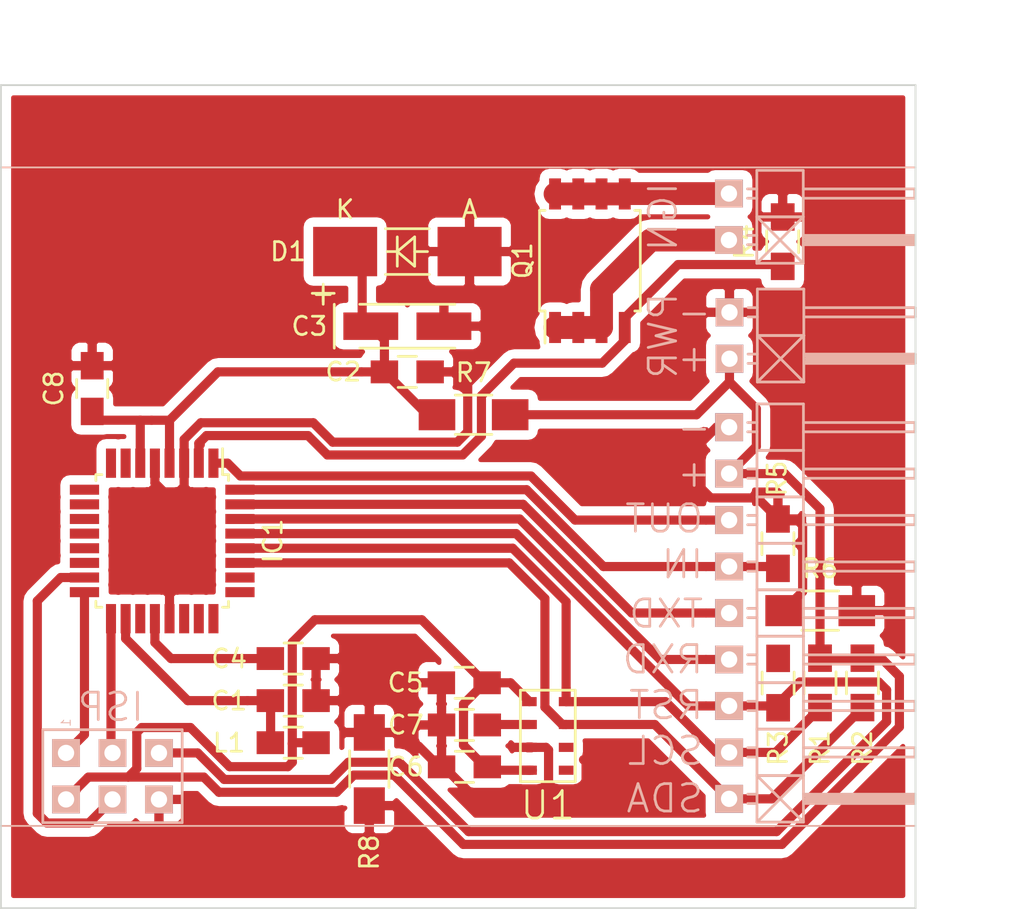
<source format=kicad_pcb>
(kicad_pcb (version 4) (host pcbnew "(2015-04-05 BZR 5577)-product")

  (general
    (links 69)
    (no_connects 5)
    (area 163.254805 86.3 225.9 136.050001)
    (thickness 1.6)
    (drawings 19)
    (tracks 221)
    (zones 0)
    (modules 25)
    (nets 19)
  )

  (page A4)
  (layers
    (0 F.Cu signal)
    (31 B.Cu signal)
    (32 B.Adhes user)
    (33 F.Adhes user)
    (34 B.Paste user)
    (35 F.Paste user)
    (36 B.SilkS user)
    (37 F.SilkS user)
    (38 B.Mask user)
    (39 F.Mask user)
    (40 Dwgs.User user)
    (41 Cmts.User user)
    (42 Eco1.User user)
    (43 Eco2.User user)
    (44 Edge.Cuts user)
    (45 Margin user)
    (46 B.CrtYd user)
    (47 F.CrtYd user)
    (48 B.Fab user)
    (49 F.Fab user)
  )

  (setup
    (last_trace_width 0.5)
    (user_trace_width 0.5)
    (user_trace_width 1.25)
    (trace_clearance 0.2)
    (zone_clearance 0.508)
    (zone_45_only no)
    (trace_min 0.2)
    (segment_width 0.1)
    (edge_width 0.1)
    (via_size 0.6)
    (via_drill 0.4)
    (via_min_size 0.4)
    (via_min_drill 0.3)
    (uvia_size 0.3)
    (uvia_drill 0.1)
    (uvias_allowed no)
    (uvia_min_size 0.2)
    (uvia_min_drill 0.1)
    (pcb_text_width 0.3)
    (pcb_text_size 1.5 1.5)
    (mod_edge_width 0.15)
    (mod_text_size 1 1)
    (mod_text_width 0.15)
    (pad_size 1.5 1.5)
    (pad_drill 0.6)
    (pad_to_mask_clearance 0)
    (aux_axis_origin 0 0)
    (visible_elements FFFFFF7F)
    (pcbplotparams
      (layerselection 0x01130_80000001)
      (usegerberextensions false)
      (excludeedgelayer true)
      (linewidth 0.100000)
      (plotframeref false)
      (viasonmask false)
      (mode 1)
      (useauxorigin false)
      (hpglpennumber 1)
      (hpglpenspeed 20)
      (hpglpendiameter 15)
      (hpglpenoverlay 2)
      (psnegative false)
      (psa4output false)
      (plotreference true)
      (plotvalue true)
      (plotinvisibletext false)
      (padsonsilk false)
      (subtractmaskfromsilk false)
      (outputformat 1)
      (mirror false)
      (drillshape 0)
      (scaleselection 1)
      (outputdirectory ../CAM_PROFI/))
  )

  (net 0 "")
  (net 1 VAA)
  (net 2 GND)
  (net 3 VDD)
  (net 4 "Net-(C4-Pad1)")
  (net 5 "Net-(C7-Pad1)")
  (net 6 /MOSI)
  (net 7 /MISO)
  (net 8 /SCK)
  (net 9 /SDA)
  (net 10 /SCL)
  (net 11 /RST)
  (net 12 /RXD)
  (net 13 /TXD)
  (net 14 "Net-(J2-Pad2)")
  (net 15 "Net-(J2-Pad1)")
  (net 16 /IGN)
  (net 17 /IN)
  (net 18 /OUT)

  (net_class Default "This is the default net class."
    (clearance 0.2)
    (trace_width 0.25)
    (via_dia 0.6)
    (via_drill 0.4)
    (uvia_dia 0.3)
    (uvia_drill 0.1)
    (add_net /IGN)
    (add_net /IN)
    (add_net /MISO)
    (add_net /MOSI)
    (add_net /OUT)
    (add_net /RST)
    (add_net /RXD)
    (add_net /SCK)
    (add_net /SCL)
    (add_net /SDA)
    (add_net /TXD)
    (add_net GND)
    (add_net "Net-(C4-Pad1)")
    (add_net "Net-(C7-Pad1)")
    (add_net "Net-(J2-Pad1)")
    (add_net "Net-(J2-Pad2)")
    (add_net VAA)
    (add_net VDD)
  )

  (module Housings_SOIC:SOIJ-8_5.3x5.3mm_Pitch1.27mm (layer F.Cu) (tedit 55BE32AC) (tstamp 55BE2CAB)
    (at 198.2 100.6 90)
    (descr "8-Lead Plastic Small Outline (SM) - Medium, 5.28 mm Body [SOIC] (see Microchip Packaging Specification 00000049BS.pdf)")
    (tags "SOIC 1.27")
    (path /55AA71B9)
    (attr smd)
    (fp_text reference Q1 (at 0 -3.68 90) (layer F.SilkS)
      (effects (font (size 1 1) (thickness 0.15)))
    )
    (fp_text value IRF7413ZPBF (at 0 3.68 90) (layer F.Fab) hide
      (effects (font (size 1 1) (thickness 0.15)))
    )
    (fp_line (start -4.75 -2.95) (end -4.75 2.95) (layer F.CrtYd) (width 0.05))
    (fp_line (start 4.75 -2.95) (end 4.75 2.95) (layer F.CrtYd) (width 0.05))
    (fp_line (start -4.75 -2.95) (end 4.75 -2.95) (layer F.CrtYd) (width 0.05))
    (fp_line (start -4.75 2.95) (end 4.75 2.95) (layer F.CrtYd) (width 0.05))
    (fp_line (start -2.75 -2.755) (end -2.75 -2.455) (layer F.SilkS) (width 0.15))
    (fp_line (start 2.75 -2.755) (end 2.75 -2.455) (layer F.SilkS) (width 0.15))
    (fp_line (start 2.75 2.755) (end 2.75 2.455) (layer F.SilkS) (width 0.15))
    (fp_line (start -2.75 2.755) (end -2.75 2.455) (layer F.SilkS) (width 0.15))
    (fp_line (start -2.75 -2.755) (end 2.75 -2.755) (layer F.SilkS) (width 0.15))
    (fp_line (start -2.75 2.755) (end 2.75 2.755) (layer F.SilkS) (width 0.15))
    (fp_line (start -2.75 -2.455) (end -4.5 -2.455) (layer F.SilkS) (width 0.15))
    (pad 1 smd rect (at -3.65 -1.905 90) (size 1.7 0.65) (layers F.Cu F.Paste F.Mask)
      (net 15 "Net-(J2-Pad1)"))
    (pad 2 smd rect (at -3.65 -0.635 90) (size 1.7 0.65) (layers F.Cu F.Paste F.Mask)
      (net 15 "Net-(J2-Pad1)"))
    (pad 3 smd rect (at -3.65 0.635 90) (size 1.7 0.65) (layers F.Cu F.Paste F.Mask)
      (net 15 "Net-(J2-Pad1)"))
    (pad 4 smd rect (at -3.65 1.905 90) (size 1.7 0.65) (layers F.Cu F.Paste F.Mask)
      (net 16 /IGN))
    (pad 5 smd rect (at 3.65 1.905 90) (size 1.7 0.65) (layers F.Cu F.Paste F.Mask)
      (net 14 "Net-(J2-Pad2)"))
    (pad 6 smd rect (at 3.65 0.635 90) (size 1.7 0.65) (layers F.Cu F.Paste F.Mask)
      (net 14 "Net-(J2-Pad2)"))
    (pad 7 smd rect (at 3.65 -0.635 90) (size 1.7 0.65) (layers F.Cu F.Paste F.Mask)
      (net 14 "Net-(J2-Pad2)"))
    (pad 8 smd rect (at 3.65 -1.905 90) (size 1.7 0.65) (layers F.Cu F.Paste F.Mask)
      (net 14 "Net-(J2-Pad2)"))
    (model Housings_SOIC.3dshapes/SOIJ-8_5.3x5.3mm_Pitch1.27mm.wrl
      (at (xyz 0 0 0))
      (scale (xyz 1 1 1))
      (rotate (xyz 0 0 0))
    )
  )

  (module Capacitors_SMD:C_0805_HandSoldering (layer F.Cu) (tedit 55BFFF8C) (tstamp 55BE2C25)
    (at 181.98 124.65)
    (descr "Capacitor SMD 0805, hand soldering")
    (tags "capacitor 0805")
    (path /55A6646B)
    (attr smd)
    (fp_text reference C1 (at -3.5 0.01) (layer F.SilkS)
      (effects (font (size 1 1) (thickness 0.15)))
    )
    (fp_text value 100nF (at 0 2.1) (layer F.Fab) hide
      (effects (font (size 1 1) (thickness 0.15)))
    )
    (fp_line (start -2.3 -1) (end 2.3 -1) (layer F.CrtYd) (width 0.05))
    (fp_line (start -2.3 1) (end 2.3 1) (layer F.CrtYd) (width 0.05))
    (fp_line (start -2.3 -1) (end -2.3 1) (layer F.CrtYd) (width 0.05))
    (fp_line (start 2.3 -1) (end 2.3 1) (layer F.CrtYd) (width 0.05))
    (fp_line (start 0.5 -0.85) (end -0.5 -0.85) (layer F.SilkS) (width 0.15))
    (fp_line (start -0.5 0.85) (end 0.5 0.85) (layer F.SilkS) (width 0.15))
    (pad 1 smd rect (at -1.25 0) (size 1.5 1.25) (layers F.Cu F.Paste F.Mask)
      (net 1 VAA))
    (pad 2 smd rect (at 1.25 0) (size 1.5 1.25) (layers F.Cu F.Paste F.Mask)
      (net 2 GND))
    (model Capacitors_SMD.3dshapes/C_0805_HandSoldering.wrl
      (at (xyz 0 0 0))
      (scale (xyz 1 1 1))
      (rotate (xyz 0 0 0))
    )
  )

  (module Capacitors_SMD:C_0805_HandSoldering (layer F.Cu) (tedit 55BE3AF4) (tstamp 55BE2C2B)
    (at 188.2157 106.6772)
    (descr "Capacitor SMD 0805, hand soldering")
    (tags "capacitor 0805")
    (path /55A4E7F7)
    (attr smd)
    (fp_text reference C2 (at -3.5 0) (layer F.SilkS)
      (effects (font (size 1 1) (thickness 0.15)))
    )
    (fp_text value 100nF (at 0 2.1) (layer F.Fab) hide
      (effects (font (size 1 1) (thickness 0.15)))
    )
    (fp_line (start -2.3 -1) (end 2.3 -1) (layer F.CrtYd) (width 0.05))
    (fp_line (start -2.3 1) (end 2.3 1) (layer F.CrtYd) (width 0.05))
    (fp_line (start -2.3 -1) (end -2.3 1) (layer F.CrtYd) (width 0.05))
    (fp_line (start 2.3 -1) (end 2.3 1) (layer F.CrtYd) (width 0.05))
    (fp_line (start 0.5 -0.85) (end -0.5 -0.85) (layer F.SilkS) (width 0.15))
    (fp_line (start -0.5 0.85) (end 0.5 0.85) (layer F.SilkS) (width 0.15))
    (pad 1 smd rect (at -1.25 0) (size 1.5 1.25) (layers F.Cu F.Paste F.Mask)
      (net 3 VDD))
    (pad 2 smd rect (at 1.25 0) (size 1.5 1.25) (layers F.Cu F.Paste F.Mask)
      (net 2 GND))
    (model Capacitors_SMD.3dshapes/C_0805_HandSoldering.wrl
      (at (xyz 0 0 0))
      (scale (xyz 1 1 1))
      (rotate (xyz 0 0 0))
    )
  )

  (module Capacitors_SMD:C_0805_HandSoldering (layer F.Cu) (tedit 55BFFF80) (tstamp 55BE2C37)
    (at 181.98 122.35)
    (descr "Capacitor SMD 0805, hand soldering")
    (tags "capacitor 0805")
    (path /55A65EE4)
    (attr smd)
    (fp_text reference C4 (at -3.5 0.01) (layer F.SilkS)
      (effects (font (size 1 1) (thickness 0.15)))
    )
    (fp_text value 100nF (at 0 2.1) (layer F.Fab) hide
      (effects (font (size 1 1) (thickness 0.15)))
    )
    (fp_line (start -2.3 -1) (end 2.3 -1) (layer F.CrtYd) (width 0.05))
    (fp_line (start -2.3 1) (end 2.3 1) (layer F.CrtYd) (width 0.05))
    (fp_line (start -2.3 -1) (end -2.3 1) (layer F.CrtYd) (width 0.05))
    (fp_line (start 2.3 -1) (end 2.3 1) (layer F.CrtYd) (width 0.05))
    (fp_line (start 0.5 -0.85) (end -0.5 -0.85) (layer F.SilkS) (width 0.15))
    (fp_line (start -0.5 0.85) (end 0.5 0.85) (layer F.SilkS) (width 0.15))
    (pad 1 smd rect (at -1.25 0) (size 1.5 1.25) (layers F.Cu F.Paste F.Mask)
      (net 4 "Net-(C4-Pad1)"))
    (pad 2 smd rect (at 1.25 0) (size 1.5 1.25) (layers F.Cu F.Paste F.Mask)
      (net 2 GND))
    (model Capacitors_SMD.3dshapes/C_0805_HandSoldering.wrl
      (at (xyz 0 0 0))
      (scale (xyz 1 1 1))
      (rotate (xyz 0 0 0))
    )
  )

  (module Capacitors_SMD:C_0805_HandSoldering (layer F.Cu) (tedit 56069B1D) (tstamp 55BE2C3D)
    (at 191.33 123.675 180)
    (descr "Capacitor SMD 0805, hand soldering")
    (tags "capacitor 0805")
    (path /55A67B3E)
    (attr smd)
    (fp_text reference C5 (at 3.21 0.005 180) (layer F.SilkS)
      (effects (font (size 1 1) (thickness 0.15)))
    )
    (fp_text value 10uF (at 0 2.1 180) (layer F.Fab) hide
      (effects (font (size 1 1) (thickness 0.15)))
    )
    (fp_line (start -2.3 -1) (end 2.3 -1) (layer F.CrtYd) (width 0.05))
    (fp_line (start -2.3 1) (end 2.3 1) (layer F.CrtYd) (width 0.05))
    (fp_line (start -2.3 -1) (end -2.3 1) (layer F.CrtYd) (width 0.05))
    (fp_line (start 2.3 -1) (end 2.3 1) (layer F.CrtYd) (width 0.05))
    (fp_line (start 0.5 -0.85) (end -0.5 -0.85) (layer F.SilkS) (width 0.15))
    (fp_line (start -0.5 0.85) (end 0.5 0.85) (layer F.SilkS) (width 0.15))
    (pad 1 smd rect (at -1.25 0 180) (size 1.5 1.25) (layers F.Cu F.Paste F.Mask)
      (net 3 VDD))
    (pad 2 smd rect (at 1.25 0 180) (size 1.5 1.25) (layers F.Cu F.Paste F.Mask)
      (net 2 GND))
    (model Capacitors_SMD.3dshapes/C_0805_HandSoldering.wrl
      (at (xyz 0 0 0))
      (scale (xyz 1 1 1))
      (rotate (xyz 0 0 0))
    )
  )

  (module Capacitors_SMD:C_0805_HandSoldering (layer F.Cu) (tedit 56069BAA) (tstamp 55BE2C43)
    (at 191.34 128.27 180)
    (descr "Capacitor SMD 0805, hand soldering")
    (tags "capacitor 0805")
    (path /55A67AF1)
    (attr smd)
    (fp_text reference C6 (at 3.2 0 180) (layer F.SilkS)
      (effects (font (size 1 1) (thickness 0.15)))
    )
    (fp_text value 100nF (at 0 2.1 180) (layer F.Fab) hide
      (effects (font (size 1 1) (thickness 0.15)))
    )
    (fp_line (start -2.3 -1) (end 2.3 -1) (layer F.CrtYd) (width 0.05))
    (fp_line (start -2.3 1) (end 2.3 1) (layer F.CrtYd) (width 0.05))
    (fp_line (start -2.3 -1) (end -2.3 1) (layer F.CrtYd) (width 0.05))
    (fp_line (start 2.3 -1) (end 2.3 1) (layer F.CrtYd) (width 0.05))
    (fp_line (start 0.5 -0.85) (end -0.5 -0.85) (layer F.SilkS) (width 0.15))
    (fp_line (start -0.5 0.85) (end 0.5 0.85) (layer F.SilkS) (width 0.15))
    (pad 1 smd rect (at -1.25 0 180) (size 1.5 1.25) (layers F.Cu F.Paste F.Mask)
      (net 3 VDD))
    (pad 2 smd rect (at 1.25 0 180) (size 1.5 1.25) (layers F.Cu F.Paste F.Mask)
      (net 2 GND))
    (model Capacitors_SMD.3dshapes/C_0805_HandSoldering.wrl
      (at (xyz 0 0 0))
      (scale (xyz 1 1 1))
      (rotate (xyz 0 0 0))
    )
  )

  (module Capacitors_SMD:C_0805_HandSoldering (layer F.Cu) (tedit 56069B43) (tstamp 55BE2C49)
    (at 191.34 125.98 180)
    (descr "Capacitor SMD 0805, hand soldering")
    (tags "capacitor 0805")
    (path /55A6722A)
    (attr smd)
    (fp_text reference C7 (at 3.2 0 180) (layer F.SilkS)
      (effects (font (size 1 1) (thickness 0.15)))
    )
    (fp_text value 100nF (at 0 2.1 180) (layer F.Fab) hide
      (effects (font (size 1 1) (thickness 0.15)))
    )
    (fp_line (start -2.3 -1) (end 2.3 -1) (layer F.CrtYd) (width 0.05))
    (fp_line (start -2.3 1) (end 2.3 1) (layer F.CrtYd) (width 0.05))
    (fp_line (start -2.3 -1) (end -2.3 1) (layer F.CrtYd) (width 0.05))
    (fp_line (start 2.3 -1) (end 2.3 1) (layer F.CrtYd) (width 0.05))
    (fp_line (start 0.5 -0.85) (end -0.5 -0.85) (layer F.SilkS) (width 0.15))
    (fp_line (start -0.5 0.85) (end 0.5 0.85) (layer F.SilkS) (width 0.15))
    (pad 1 smd rect (at -1.25 0 180) (size 1.5 1.25) (layers F.Cu F.Paste F.Mask)
      (net 5 "Net-(C7-Pad1)"))
    (pad 2 smd rect (at 1.25 0 180) (size 1.5 1.25) (layers F.Cu F.Paste F.Mask)
      (net 2 GND))
    (model Capacitors_SMD.3dshapes/C_0805_HandSoldering.wrl
      (at (xyz 0 0 0))
      (scale (xyz 1 1 1))
      (rotate (xyz 0 0 0))
    )
  )

  (module Housings_QFP:TQFP-32_7x7mm_Pitch0.8mm (layer F.Cu) (tedit 55BE32D1) (tstamp 55BE2C73)
    (at 174.8179 115.9196 270)
    (descr "32-Lead Plastic Thin Quad Flatpack (PT) - 7x7x1.0 mm Body, 2.00 mm [TQFP] (see Microchip Packaging Specification 00000049BS.pdf)")
    (tags "QFP 0.8")
    (path /55B79480)
    (attr smd)
    (fp_text reference IC1 (at 0 -6.05 270) (layer F.SilkS)
      (effects (font (size 1 1) (thickness 0.15)))
    )
    (fp_text value ATMEGA328-A (at 0 6.05 270) (layer F.Fab) hide
      (effects (font (size 1 1) (thickness 0.15)))
    )
    (fp_line (start -5.3 -5.3) (end -5.3 5.3) (layer F.CrtYd) (width 0.05))
    (fp_line (start 5.3 -5.3) (end 5.3 5.3) (layer F.CrtYd) (width 0.05))
    (fp_line (start -5.3 -5.3) (end 5.3 -5.3) (layer F.CrtYd) (width 0.05))
    (fp_line (start -5.3 5.3) (end 5.3 5.3) (layer F.CrtYd) (width 0.05))
    (fp_line (start -3.625 -3.625) (end -3.625 -3.3) (layer F.SilkS) (width 0.15))
    (fp_line (start 3.625 -3.625) (end 3.625 -3.3) (layer F.SilkS) (width 0.15))
    (fp_line (start 3.625 3.625) (end 3.625 3.3) (layer F.SilkS) (width 0.15))
    (fp_line (start -3.625 3.625) (end -3.625 3.3) (layer F.SilkS) (width 0.15))
    (fp_line (start -3.625 -3.625) (end -3.3 -3.625) (layer F.SilkS) (width 0.15))
    (fp_line (start -3.625 3.625) (end -3.3 3.625) (layer F.SilkS) (width 0.15))
    (fp_line (start 3.625 3.625) (end 3.3 3.625) (layer F.SilkS) (width 0.15))
    (fp_line (start 3.625 -3.625) (end 3.3 -3.625) (layer F.SilkS) (width 0.15))
    (fp_line (start -3.625 -3.3) (end -5.05 -3.3) (layer F.SilkS) (width 0.15))
    (pad 1 smd rect (at -4.25 -2.8 270) (size 1.6 0.55) (layers F.Cu F.Paste F.Mask)
      (net 18 /OUT))
    (pad 2 smd rect (at -4.25 -2 270) (size 1.6 0.55) (layers F.Cu F.Paste F.Mask)
      (net 16 /IGN))
    (pad 3 smd rect (at -4.25 -1.2 270) (size 1.6 0.55) (layers F.Cu F.Paste F.Mask)
      (net 2 GND))
    (pad 4 smd rect (at -4.25 -0.4 270) (size 1.6 0.55) (layers F.Cu F.Paste F.Mask)
      (net 3 VDD))
    (pad 5 smd rect (at -4.25 0.4 270) (size 1.6 0.55) (layers F.Cu F.Paste F.Mask)
      (net 2 GND))
    (pad 6 smd rect (at -4.25 1.2 270) (size 1.6 0.55) (layers F.Cu F.Paste F.Mask)
      (net 3 VDD))
    (pad 7 smd rect (at -4.25 2 270) (size 1.6 0.55) (layers F.Cu F.Paste F.Mask))
    (pad 8 smd rect (at -4.25 2.8 270) (size 1.6 0.55) (layers F.Cu F.Paste F.Mask))
    (pad 9 smd rect (at -2.8 4.25) (size 1.6 0.55) (layers F.Cu F.Paste F.Mask))
    (pad 10 smd rect (at -2 4.25) (size 1.6 0.55) (layers F.Cu F.Paste F.Mask))
    (pad 11 smd rect (at -1.2 4.25) (size 1.6 0.55) (layers F.Cu F.Paste F.Mask))
    (pad 12 smd rect (at -0.4 4.25) (size 1.6 0.55) (layers F.Cu F.Paste F.Mask))
    (pad 13 smd rect (at 0.4 4.25) (size 1.6 0.55) (layers F.Cu F.Paste F.Mask))
    (pad 14 smd rect (at 1.2 4.25) (size 1.6 0.55) (layers F.Cu F.Paste F.Mask))
    (pad 15 smd rect (at 2 4.25) (size 1.6 0.55) (layers F.Cu F.Paste F.Mask)
      (net 6 /MOSI))
    (pad 16 smd rect (at 2.8 4.25) (size 1.6 0.55) (layers F.Cu F.Paste F.Mask)
      (net 7 /MISO))
    (pad 17 smd rect (at 4.25 2.8 270) (size 1.6 0.55) (layers F.Cu F.Paste F.Mask)
      (net 8 /SCK))
    (pad 18 smd rect (at 4.25 2 270) (size 1.6 0.55) (layers F.Cu F.Paste F.Mask)
      (net 1 VAA))
    (pad 19 smd rect (at 4.25 1.2 270) (size 1.6 0.55) (layers F.Cu F.Paste F.Mask))
    (pad 20 smd rect (at 4.25 0.4 270) (size 1.6 0.55) (layers F.Cu F.Paste F.Mask)
      (net 4 "Net-(C4-Pad1)"))
    (pad 21 smd rect (at 4.25 -0.4 270) (size 1.6 0.55) (layers F.Cu F.Paste F.Mask)
      (net 2 GND))
    (pad 22 smd rect (at 4.25 -1.2 270) (size 1.6 0.55) (layers F.Cu F.Paste F.Mask))
    (pad 23 smd rect (at 4.25 -2 270) (size 1.6 0.55) (layers F.Cu F.Paste F.Mask))
    (pad 24 smd rect (at 4.25 -2.8 270) (size 1.6 0.55) (layers F.Cu F.Paste F.Mask))
    (pad 25 smd rect (at 2.8 -4.25) (size 1.6 0.55) (layers F.Cu F.Paste F.Mask))
    (pad 26 smd rect (at 2 -4.25) (size 1.6 0.55) (layers F.Cu F.Paste F.Mask))
    (pad 27 smd rect (at 1.2 -4.25) (size 1.6 0.55) (layers F.Cu F.Paste F.Mask)
      (net 9 /SDA))
    (pad 28 smd rect (at 0.4 -4.25) (size 1.6 0.55) (layers F.Cu F.Paste F.Mask)
      (net 10 /SCL))
    (pad 29 smd rect (at -0.4 -4.25) (size 1.6 0.55) (layers F.Cu F.Paste F.Mask)
      (net 11 /RST))
    (pad 30 smd rect (at -1.2 -4.25) (size 1.6 0.55) (layers F.Cu F.Paste F.Mask)
      (net 12 /RXD))
    (pad 31 smd rect (at -2 -4.25) (size 1.6 0.55) (layers F.Cu F.Paste F.Mask)
      (net 13 /TXD))
    (pad 32 smd rect (at -2.8 -4.25) (size 1.6 0.55) (layers F.Cu F.Paste F.Mask)
      (net 17 /IN))
    (model Housings_QFP.3dshapes/TQFP-32_7x7mm_Pitch0.8mm.wrl
      (at (xyz 0 0 0))
      (scale (xyz 1 1 1))
      (rotate (xyz 0 0 0))
    )
  )

  (module Mlab_Pin_Headers:Angled_1x02 (layer B.Cu) (tedit 55C00377) (tstamp 55BE2C7F)
    (at 205.8 98.2)
    (descr "pin header angled 1x02")
    (tags "pin header angled 1x02")
    (path /55AA773F)
    (fp_text reference J2 (at 0 3.81) (layer B.SilkS) hide
      (effects (font (size 1.5 1.5) (thickness 0.15)) (justify mirror))
    )
    (fp_text value IGN (at -3.6 0 270) (layer B.SilkS)
      (effects (font (size 1.5 1.5) (thickness 0.15)) (justify mirror))
    )
    (fp_line (start 1.524 -1.524) (end 1.016 -1.524) (layer B.SilkS) (width 0.15))
    (fp_line (start 1.524 -1.016) (end 1.016 -1.016) (layer B.SilkS) (width 0.15))
    (fp_line (start 1.524 0) (end 4.064 0) (layer B.SilkS) (width 0.15))
    (fp_line (start 1.524 0) (end 1.524 -2.54) (layer B.SilkS) (width 0.15))
    (fp_line (start 1.524 -2.54) (end 4.064 -2.54) (layer B.SilkS) (width 0.15))
    (fp_line (start 4.064 -1.016) (end 10.16 -1.016) (layer B.SilkS) (width 0.15))
    (fp_line (start 10.16 -1.016) (end 10.16 -1.524) (layer B.SilkS) (width 0.15))
    (fp_line (start 10.16 -1.524) (end 4.064 -1.524) (layer B.SilkS) (width 0.15))
    (fp_line (start 4.064 -2.54) (end 4.064 0) (layer B.SilkS) (width 0.15))
    (fp_line (start 4.064 0) (end 1.524 2.54) (layer B.SilkS) (width 0.15))
    (fp_line (start 4.064 2.54) (end 1.524 0) (layer B.SilkS) (width 0.15))
    (fp_line (start 4.191 1.397) (end 10.033 1.397) (layer B.SilkS) (width 0.15))
    (fp_line (start 10.033 1.397) (end 10.033 1.143) (layer B.SilkS) (width 0.15))
    (fp_line (start 10.033 1.143) (end 4.191 1.143) (layer B.SilkS) (width 0.15))
    (fp_line (start 4.191 1.27) (end 10.033 1.27) (layer B.SilkS) (width 0.15))
    (fp_line (start 1.524 1.016) (end 1.016 1.016) (layer B.SilkS) (width 0.15))
    (fp_line (start 1.524 1.524) (end 1.016 1.524) (layer B.SilkS) (width 0.15))
    (fp_line (start 1.524 2.54) (end 4.064 2.54) (layer B.SilkS) (width 0.15))
    (fp_line (start 1.524 2.54) (end 1.524 0) (layer B.SilkS) (width 0.15))
    (fp_line (start 1.524 0) (end 4.064 0) (layer B.SilkS) (width 0.15))
    (fp_line (start 4.064 1.524) (end 10.16 1.524) (layer B.SilkS) (width 0.15))
    (fp_line (start 10.16 1.524) (end 10.16 1.016) (layer B.SilkS) (width 0.15))
    (fp_line (start 10.16 1.016) (end 4.064 1.016) (layer B.SilkS) (width 0.15))
    (fp_line (start 4.064 0) (end 4.064 2.54) (layer B.SilkS) (width 0.15))
    (pad 2 thru_hole rect (at 0 -1.27) (size 1.524 1.524) (drill 0.889) (layers *.Cu *.Mask B.SilkS)
      (net 14 "Net-(J2-Pad2)"))
    (pad 1 thru_hole rect (at 0 1.27) (size 1.524 1.524) (drill 0.889) (layers *.Cu *.Mask B.SilkS)
      (net 15 "Net-(J2-Pad1)"))
    (model Pin_Headers/Pin_Header_Angled_1x02.wrl
      (at (xyz 0 0 0))
      (scale (xyz 1 1 1))
      (rotate (xyz 0 0 90))
    )
  )

  (module Mlab_Pin_Headers:Straight_2x03 (layer B.Cu) (tedit 55C001C8) (tstamp 55BE2C99)
    (at 172.1 128.78 270)
    (descr "pin header straight 2x03")
    (tags "pin header straight 2x03")
    (path /55AA2ACD)
    (fp_text reference J5 (at 0 5.08 270) (layer B.SilkS) hide
      (effects (font (size 1.5 1.5) (thickness 0.15)) (justify mirror))
    )
    (fp_text value ISP (at -3.78 0.1 540) (layer B.SilkS)
      (effects (font (size 1.5 1.5) (thickness 0.15)) (justify mirror))
    )
    (fp_text user 1 (at -2.921 2.54 270) (layer B.SilkS)
      (effects (font (size 0.5 0.5) (thickness 0.05)) (justify mirror))
    )
    (fp_line (start -2.54 3.81) (end 2.54 3.81) (layer B.SilkS) (width 0.15))
    (fp_line (start 2.54 3.81) (end 2.54 -3.81) (layer B.SilkS) (width 0.15))
    (fp_line (start 2.54 -3.81) (end -2.54 -3.81) (layer B.SilkS) (width 0.15))
    (fp_line (start -2.54 -3.81) (end -2.54 3.81) (layer B.SilkS) (width 0.15))
    (pad 1 thru_hole rect (at -1.27 2.54 270) (size 1.524 1.524) (drill 0.889) (layers *.Cu *.Mask B.SilkS)
      (net 7 /MISO))
    (pad 2 thru_hole rect (at 1.27 2.54 270) (size 1.524 1.524) (drill 0.889) (layers *.Cu *.Mask B.SilkS)
      (net 3 VDD))
    (pad 3 thru_hole rect (at -1.27 0 270) (size 1.524 1.524) (drill 0.889) (layers *.Cu *.Mask B.SilkS)
      (net 8 /SCK))
    (pad 4 thru_hole rect (at 1.27 0 270) (size 1.524 1.524) (drill 0.889) (layers *.Cu *.Mask B.SilkS)
      (net 6 /MOSI))
    (pad 5 thru_hole rect (at -1.27 -2.54 270) (size 1.524 1.524) (drill 0.889) (layers *.Cu *.Mask B.SilkS)
      (net 11 /RST))
    (pad 6 thru_hole rect (at 1.27 -2.54 270) (size 1.524 1.524) (drill 0.889) (layers *.Cu *.Mask B.SilkS)
      (net 2 GND))
    (model Pin_Headers/Pin_Header_Straight_2x03.wrl
      (at (xyz 0 0 0))
      (scale (xyz 1 1 1))
      (rotate (xyz 0 0 90))
    )
  )

  (module Capacitors_SMD:C_0805_HandSoldering (layer F.Cu) (tedit 55BFFFA8) (tstamp 55BE2C9F)
    (at 181.98 126.95)
    (descr "Capacitor SMD 0805, hand soldering")
    (tags "capacitor 0805")
    (path /55A6641E)
    (attr smd)
    (fp_text reference L1 (at -3.51 0.01) (layer F.SilkS)
      (effects (font (size 1 1) (thickness 0.15)))
    )
    (fp_text value 10uH (at 0 2.1) (layer F.Fab) hide
      (effects (font (size 1 1) (thickness 0.15)))
    )
    (fp_line (start -2.3 -1) (end 2.3 -1) (layer F.CrtYd) (width 0.05))
    (fp_line (start -2.3 1) (end 2.3 1) (layer F.CrtYd) (width 0.05))
    (fp_line (start -2.3 -1) (end -2.3 1) (layer F.CrtYd) (width 0.05))
    (fp_line (start 2.3 -1) (end 2.3 1) (layer F.CrtYd) (width 0.05))
    (fp_line (start 0.5 -0.85) (end -0.5 -0.85) (layer F.SilkS) (width 0.15))
    (fp_line (start -0.5 0.85) (end 0.5 0.85) (layer F.SilkS) (width 0.15))
    (pad 1 smd rect (at -1.25 0) (size 1.5 1.25) (layers F.Cu F.Paste F.Mask)
      (net 1 VAA))
    (pad 2 smd rect (at 1.25 0) (size 1.5 1.25) (layers F.Cu F.Paste F.Mask)
      (net 3 VDD))
    (model Capacitors_SMD.3dshapes/C_0805_HandSoldering.wrl
      (at (xyz 0 0 0))
      (scale (xyz 1 1 1))
      (rotate (xyz 0 0 0))
    )
  )

  (module SMD_fork:LGA-MPL3115A (layer F.Cu) (tedit 55BE3315) (tstamp 55BE2CD5)
    (at 195.9 126.58)
    (path /55A507F8)
    (fp_text reference U1 (at 0 3.8) (layer F.SilkS)
      (effects (font (size 1.5 1.5) (thickness 0.15)))
    )
    (fp_text value MPL3115A2 (at 0 -3.8) (layer F.Fab) hide
      (effects (font (size 1.5 1.5) (thickness 0.15)))
    )
    (fp_line (start 1.5 -2.5) (end 1.5 2.5) (layer F.SilkS) (width 0.15))
    (fp_line (start 1.5 2.5) (end -1.5 2.5) (layer F.SilkS) (width 0.15))
    (fp_line (start -1.5 2.5) (end -1.5 -2.5) (layer F.SilkS) (width 0.15))
    (fp_line (start -1.5 -2.5) (end 1.5 -2.5) (layer F.SilkS) (width 0.15))
    (pad 8 smd rect (at 1 -1.875) (size 0.8 0.5) (layers F.Cu F.Paste F.Mask)
      (net 10 /SCL))
    (pad 7 smd rect (at 1 -0.625) (size 0.8 0.5) (layers F.Cu F.Paste F.Mask)
      (net 9 /SDA))
    (pad 6 smd rect (at 1 0.625) (size 0.8 0.5) (layers F.Cu F.Paste F.Mask))
    (pad 5 smd rect (at 1 1.875) (size 0.8 0.5) (layers F.Cu F.Paste F.Mask))
    (pad 4 smd rect (at -1 1.875) (size 0.8 0.5) (layers F.Cu F.Paste F.Mask)
      (net 3 VDD))
    (pad 3 smd rect (at -1 0.625) (size 0.8 0.5) (layers F.Cu F.Paste F.Mask)
      (net 2 GND))
    (pad 2 smd rect (at -1 -0.625) (size 0.8 0.5) (layers F.Cu F.Paste F.Mask)
      (net 5 "Net-(C7-Pad1)"))
    (pad 1 smd rect (at -1.01 -1.875) (size 0.8 0.5) (layers F.Cu F.Paste F.Mask)
      (net 3 VDD))
  )

  (module Mlab_Pin_Headers:Angled_1x09 (layer B.Cu) (tedit 55BFD2DE) (tstamp 55BFD3B4)
    (at 205.81 119.86)
    (descr "pin header angled 1x09")
    (tags "pin header angled 1x09")
    (path /55BFE40D)
    (fp_text reference J3 (at 0 12.7) (layer B.SilkS) hide
      (effects (font (size 1.5 1.5) (thickness 0.15)) (justify mirror))
    )
    (fp_text value HEADER_1x09 (at 0 -12.7) (layer B.SilkS) hide
      (effects (font (size 1.5 1.5) (thickness 0.15)) (justify mirror))
    )
    (fp_line (start 1.524 -10.414) (end 1.016 -10.414) (layer B.SilkS) (width 0.15))
    (fp_line (start 1.524 -9.906) (end 1.016 -9.906) (layer B.SilkS) (width 0.15))
    (fp_line (start 1.524 -8.89) (end 4.064 -8.89) (layer B.SilkS) (width 0.15))
    (fp_line (start 1.524 -8.89) (end 1.524 -11.43) (layer B.SilkS) (width 0.15))
    (fp_line (start 1.524 -11.43) (end 4.064 -11.43) (layer B.SilkS) (width 0.15))
    (fp_line (start 4.064 -9.906) (end 10.16 -9.906) (layer B.SilkS) (width 0.15))
    (fp_line (start 10.16 -9.906) (end 10.16 -10.414) (layer B.SilkS) (width 0.15))
    (fp_line (start 10.16 -10.414) (end 4.064 -10.414) (layer B.SilkS) (width 0.15))
    (fp_line (start 4.064 -11.43) (end 4.064 -8.89) (layer B.SilkS) (width 0.15))
    (fp_line (start 1.524 -7.874) (end 1.016 -7.874) (layer B.SilkS) (width 0.15))
    (fp_line (start 1.524 -7.366) (end 1.016 -7.366) (layer B.SilkS) (width 0.15))
    (fp_line (start 1.524 -6.35) (end 4.064 -6.35) (layer B.SilkS) (width 0.15))
    (fp_line (start 1.524 -6.35) (end 1.524 -8.89) (layer B.SilkS) (width 0.15))
    (fp_line (start 1.524 -8.89) (end 4.064 -8.89) (layer B.SilkS) (width 0.15))
    (fp_line (start 4.064 -7.366) (end 10.16 -7.366) (layer B.SilkS) (width 0.15))
    (fp_line (start 10.16 -7.366) (end 10.16 -7.874) (layer B.SilkS) (width 0.15))
    (fp_line (start 10.16 -7.874) (end 4.064 -7.874) (layer B.SilkS) (width 0.15))
    (fp_line (start 4.064 -8.89) (end 4.064 -6.35) (layer B.SilkS) (width 0.15))
    (fp_line (start 1.524 -5.334) (end 1.016 -5.334) (layer B.SilkS) (width 0.15))
    (fp_line (start 1.524 -4.826) (end 1.016 -4.826) (layer B.SilkS) (width 0.15))
    (fp_line (start 1.524 -3.81) (end 4.064 -3.81) (layer B.SilkS) (width 0.15))
    (fp_line (start 1.524 -3.81) (end 1.524 -6.35) (layer B.SilkS) (width 0.15))
    (fp_line (start 1.524 -6.35) (end 4.064 -6.35) (layer B.SilkS) (width 0.15))
    (fp_line (start 4.064 -4.826) (end 10.16 -4.826) (layer B.SilkS) (width 0.15))
    (fp_line (start 10.16 -4.826) (end 10.16 -5.334) (layer B.SilkS) (width 0.15))
    (fp_line (start 10.16 -5.334) (end 4.064 -5.334) (layer B.SilkS) (width 0.15))
    (fp_line (start 4.064 -6.35) (end 4.064 -3.81) (layer B.SilkS) (width 0.15))
    (fp_line (start 1.524 -2.794) (end 1.016 -2.794) (layer B.SilkS) (width 0.15))
    (fp_line (start 1.524 -2.286) (end 1.016 -2.286) (layer B.SilkS) (width 0.15))
    (fp_line (start 1.524 -1.27) (end 4.064 -1.27) (layer B.SilkS) (width 0.15))
    (fp_line (start 1.524 -1.27) (end 1.524 -3.81) (layer B.SilkS) (width 0.15))
    (fp_line (start 1.524 -3.81) (end 4.064 -3.81) (layer B.SilkS) (width 0.15))
    (fp_line (start 4.064 -2.286) (end 10.16 -2.286) (layer B.SilkS) (width 0.15))
    (fp_line (start 10.16 -2.286) (end 10.16 -2.794) (layer B.SilkS) (width 0.15))
    (fp_line (start 10.16 -2.794) (end 4.064 -2.794) (layer B.SilkS) (width 0.15))
    (fp_line (start 4.064 -3.81) (end 4.064 -1.27) (layer B.SilkS) (width 0.15))
    (fp_line (start 1.524 -0.254) (end 1.016 -0.254) (layer B.SilkS) (width 0.15))
    (fp_line (start 1.524 0.254) (end 1.016 0.254) (layer B.SilkS) (width 0.15))
    (fp_line (start 1.524 1.27) (end 4.064 1.27) (layer B.SilkS) (width 0.15))
    (fp_line (start 1.524 1.27) (end 1.524 -1.27) (layer B.SilkS) (width 0.15))
    (fp_line (start 1.524 -1.27) (end 4.064 -1.27) (layer B.SilkS) (width 0.15))
    (fp_line (start 4.064 0.254) (end 10.16 0.254) (layer B.SilkS) (width 0.15))
    (fp_line (start 10.16 0.254) (end 10.16 -0.254) (layer B.SilkS) (width 0.15))
    (fp_line (start 10.16 -0.254) (end 4.064 -0.254) (layer B.SilkS) (width 0.15))
    (fp_line (start 4.064 -1.27) (end 4.064 1.27) (layer B.SilkS) (width 0.15))
    (fp_line (start 1.524 2.286) (end 1.016 2.286) (layer B.SilkS) (width 0.15))
    (fp_line (start 1.524 2.794) (end 1.016 2.794) (layer B.SilkS) (width 0.15))
    (fp_line (start 1.524 3.81) (end 4.064 3.81) (layer B.SilkS) (width 0.15))
    (fp_line (start 1.524 3.81) (end 1.524 1.27) (layer B.SilkS) (width 0.15))
    (fp_line (start 1.524 1.27) (end 4.064 1.27) (layer B.SilkS) (width 0.15))
    (fp_line (start 4.064 2.794) (end 10.16 2.794) (layer B.SilkS) (width 0.15))
    (fp_line (start 10.16 2.794) (end 10.16 2.286) (layer B.SilkS) (width 0.15))
    (fp_line (start 10.16 2.286) (end 4.064 2.286) (layer B.SilkS) (width 0.15))
    (fp_line (start 4.064 1.27) (end 4.064 3.81) (layer B.SilkS) (width 0.15))
    (fp_line (start 1.524 4.826) (end 1.016 4.826) (layer B.SilkS) (width 0.15))
    (fp_line (start 1.524 5.334) (end 1.016 5.334) (layer B.SilkS) (width 0.15))
    (fp_line (start 1.524 6.35) (end 4.064 6.35) (layer B.SilkS) (width 0.15))
    (fp_line (start 1.524 6.35) (end 1.524 3.81) (layer B.SilkS) (width 0.15))
    (fp_line (start 1.524 3.81) (end 4.064 3.81) (layer B.SilkS) (width 0.15))
    (fp_line (start 4.064 5.334) (end 10.16 5.334) (layer B.SilkS) (width 0.15))
    (fp_line (start 10.16 5.334) (end 10.16 4.826) (layer B.SilkS) (width 0.15))
    (fp_line (start 10.16 4.826) (end 4.064 4.826) (layer B.SilkS) (width 0.15))
    (fp_line (start 4.064 3.81) (end 4.064 6.35) (layer B.SilkS) (width 0.15))
    (fp_line (start 1.524 7.366) (end 1.016 7.366) (layer B.SilkS) (width 0.15))
    (fp_line (start 1.524 7.874) (end 1.016 7.874) (layer B.SilkS) (width 0.15))
    (fp_line (start 1.524 8.89) (end 4.064 8.89) (layer B.SilkS) (width 0.15))
    (fp_line (start 1.524 8.89) (end 1.524 6.35) (layer B.SilkS) (width 0.15))
    (fp_line (start 1.524 6.35) (end 4.064 6.35) (layer B.SilkS) (width 0.15))
    (fp_line (start 4.064 7.874) (end 10.16 7.874) (layer B.SilkS) (width 0.15))
    (fp_line (start 10.16 7.874) (end 10.16 7.366) (layer B.SilkS) (width 0.15))
    (fp_line (start 10.16 7.366) (end 4.064 7.366) (layer B.SilkS) (width 0.15))
    (fp_line (start 4.064 6.35) (end 4.064 8.89) (layer B.SilkS) (width 0.15))
    (fp_line (start 4.064 8.89) (end 1.524 11.43) (layer B.SilkS) (width 0.15))
    (fp_line (start 4.064 11.43) (end 1.524 8.89) (layer B.SilkS) (width 0.15))
    (fp_line (start 4.191 10.287) (end 10.033 10.287) (layer B.SilkS) (width 0.15))
    (fp_line (start 10.033 10.287) (end 10.033 10.033) (layer B.SilkS) (width 0.15))
    (fp_line (start 10.033 10.033) (end 4.191 10.033) (layer B.SilkS) (width 0.15))
    (fp_line (start 4.191 10.16) (end 10.033 10.16) (layer B.SilkS) (width 0.15))
    (fp_line (start 1.524 9.906) (end 1.016 9.906) (layer B.SilkS) (width 0.15))
    (fp_line (start 1.524 10.414) (end 1.016 10.414) (layer B.SilkS) (width 0.15))
    (fp_line (start 1.524 11.43) (end 4.064 11.43) (layer B.SilkS) (width 0.15))
    (fp_line (start 1.524 11.43) (end 1.524 8.89) (layer B.SilkS) (width 0.15))
    (fp_line (start 1.524 8.89) (end 4.064 8.89) (layer B.SilkS) (width 0.15))
    (fp_line (start 4.064 10.414) (end 10.16 10.414) (layer B.SilkS) (width 0.15))
    (fp_line (start 10.16 10.414) (end 10.16 9.906) (layer B.SilkS) (width 0.15))
    (fp_line (start 10.16 9.906) (end 4.064 9.906) (layer B.SilkS) (width 0.15))
    (fp_line (start 4.064 8.89) (end 4.064 11.43) (layer B.SilkS) (width 0.15))
    (pad 9 thru_hole rect (at 0 -10.16) (size 1.524 1.524) (drill 0.889) (layers *.Cu *.Mask B.SilkS)
      (net 2 GND))
    (pad 8 thru_hole rect (at 0 -7.62) (size 1.524 1.524) (drill 0.889) (layers *.Cu *.Mask B.SilkS)
      (net 3 VDD))
    (pad 7 thru_hole rect (at 0 -5.08) (size 1.524 1.524) (drill 0.889) (layers *.Cu *.Mask B.SilkS)
      (net 18 /OUT))
    (pad 6 thru_hole rect (at 0 -2.54) (size 1.524 1.524) (drill 0.889) (layers *.Cu *.Mask B.SilkS)
      (net 17 /IN))
    (pad 5 thru_hole rect (at 0 0) (size 1.524 1.524) (drill 0.889) (layers *.Cu *.Mask B.SilkS)
      (net 13 /TXD))
    (pad 4 thru_hole rect (at 0 2.54) (size 1.524 1.524) (drill 0.889) (layers *.Cu *.Mask B.SilkS)
      (net 12 /RXD))
    (pad 3 thru_hole rect (at 0 5.08) (size 1.524 1.524) (drill 0.889) (layers *.Cu *.Mask B.SilkS)
      (net 11 /RST))
    (pad 2 thru_hole rect (at 0 7.62) (size 1.524 1.524) (drill 0.889) (layers *.Cu *.Mask B.SilkS)
      (net 10 /SCL))
    (pad 1 thru_hole rect (at 0 10.16) (size 1.524 1.524) (drill 0.889) (layers *.Cu *.Mask B.SilkS)
      (net 9 /SDA))
    (model Pin_Headers/Pin_Header_Angled_1x09.wrl
      (at (xyz 0 0 0))
      (scale (xyz 1 1 1))
      (rotate (xyz 0 0 90))
    )
  )

  (module Mlab_Pin_Headers:Angled_1x02 (layer B.Cu) (tedit 55C00247) (tstamp 55BFDF0E)
    (at 205.83 104.69)
    (descr "pin header angled 1x02")
    (tags "pin header angled 1x02")
    (path /55B7F70B)
    (fp_text reference J1 (at 0 3.81) (layer B.SilkS) hide
      (effects (font (size 1.5 1.5) (thickness 0.15)) (justify mirror))
    )
    (fp_text value PWR (at -3.63 0.01 90) (layer B.SilkS)
      (effects (font (size 1.5 1.5) (thickness 0.15)) (justify mirror))
    )
    (fp_line (start 1.524 -1.524) (end 1.016 -1.524) (layer B.SilkS) (width 0.15))
    (fp_line (start 1.524 -1.016) (end 1.016 -1.016) (layer B.SilkS) (width 0.15))
    (fp_line (start 1.524 0) (end 4.064 0) (layer B.SilkS) (width 0.15))
    (fp_line (start 1.524 0) (end 1.524 -2.54) (layer B.SilkS) (width 0.15))
    (fp_line (start 1.524 -2.54) (end 4.064 -2.54) (layer B.SilkS) (width 0.15))
    (fp_line (start 4.064 -1.016) (end 10.16 -1.016) (layer B.SilkS) (width 0.15))
    (fp_line (start 10.16 -1.016) (end 10.16 -1.524) (layer B.SilkS) (width 0.15))
    (fp_line (start 10.16 -1.524) (end 4.064 -1.524) (layer B.SilkS) (width 0.15))
    (fp_line (start 4.064 -2.54) (end 4.064 0) (layer B.SilkS) (width 0.15))
    (fp_line (start 4.064 0) (end 1.524 2.54) (layer B.SilkS) (width 0.15))
    (fp_line (start 4.064 2.54) (end 1.524 0) (layer B.SilkS) (width 0.15))
    (fp_line (start 4.191 1.397) (end 10.033 1.397) (layer B.SilkS) (width 0.15))
    (fp_line (start 10.033 1.397) (end 10.033 1.143) (layer B.SilkS) (width 0.15))
    (fp_line (start 10.033 1.143) (end 4.191 1.143) (layer B.SilkS) (width 0.15))
    (fp_line (start 4.191 1.27) (end 10.033 1.27) (layer B.SilkS) (width 0.15))
    (fp_line (start 1.524 1.016) (end 1.016 1.016) (layer B.SilkS) (width 0.15))
    (fp_line (start 1.524 1.524) (end 1.016 1.524) (layer B.SilkS) (width 0.15))
    (fp_line (start 1.524 2.54) (end 4.064 2.54) (layer B.SilkS) (width 0.15))
    (fp_line (start 1.524 2.54) (end 1.524 0) (layer B.SilkS) (width 0.15))
    (fp_line (start 1.524 0) (end 4.064 0) (layer B.SilkS) (width 0.15))
    (fp_line (start 4.064 1.524) (end 10.16 1.524) (layer B.SilkS) (width 0.15))
    (fp_line (start 10.16 1.524) (end 10.16 1.016) (layer B.SilkS) (width 0.15))
    (fp_line (start 10.16 1.016) (end 4.064 1.016) (layer B.SilkS) (width 0.15))
    (fp_line (start 4.064 0) (end 4.064 2.54) (layer B.SilkS) (width 0.15))
    (pad 2 thru_hole rect (at 0 -1.27) (size 1.524 1.524) (drill 0.889) (layers *.Cu *.Mask B.SilkS)
      (net 2 GND))
    (pad 1 thru_hole rect (at 0 1.27) (size 1.524 1.524) (drill 0.889) (layers *.Cu *.Mask B.SilkS)
      (net 3 VDD))
    (model Pin_Headers/Pin_Header_Angled_1x02.wrl
      (at (xyz 0 0 0))
      (scale (xyz 1 1 1))
      (rotate (xyz 0 0 90))
    )
  )

  (module Capacitors_Tantalum_SMD:TantalC_SizeA_EIA-3216_HandSoldering (layer F.Cu) (tedit 560696E1) (tstamp 560693EE)
    (at 188.22 104.18)
    (descr "Tantal Cap. , Size A, EIA-3216, Hand Soldering,")
    (tags "Tantal Cap. , Size A, EIA-3216, Hand Soldering,")
    (path /55A4E898)
    (attr smd)
    (fp_text reference C3 (at -5.36 0) (layer F.SilkS)
      (effects (font (size 1 1) (thickness 0.15)))
    )
    (fp_text value 22uF/6.3V (at -0.09906 3.0988) (layer F.Fab) hide
      (effects (font (size 1 1) (thickness 0.15)))
    )
    (fp_text user + (at -4.59994 -1.80086) (layer F.SilkS)
      (effects (font (size 1 1) (thickness 0.15)))
    )
    (fp_line (start -2.60096 1.19888) (end 2.60096 1.19888) (layer F.SilkS) (width 0.15))
    (fp_line (start 2.60096 -1.19888) (end -2.60096 -1.19888) (layer F.SilkS) (width 0.15))
    (fp_line (start -4.59994 -2.2987) (end -4.59994 -1.19888) (layer F.SilkS) (width 0.15))
    (fp_line (start -5.19938 -1.79832) (end -4.0005 -1.79832) (layer F.SilkS) (width 0.15))
    (fp_line (start -3.99542 -1.19888) (end -3.99542 1.19888) (layer F.SilkS) (width 0.15))
    (pad 2 smd rect (at 1.99898 0) (size 2.99974 1.50114) (layers F.Cu F.Paste F.Mask)
      (net 2 GND))
    (pad 1 smd rect (at -1.99898 0) (size 2.99974 1.50114) (layers F.Cu F.Paste F.Mask)
      (net 3 VDD))
    (model Capacitors_Tantalum_SMD.3dshapes/TantalC_SizeA_EIA-3216_HandSoldering.wrl
      (at (xyz 0 0 0))
      (scale (xyz 1 1 1))
      (rotate (xyz 0 0 180))
    )
  )

  (module Diodes_SMD:Diode-MELF_Handsoldering (layer F.Cu) (tedit 56069754) (tstamp 560693F9)
    (at 188.22 100.1)
    (descr "Diode MELF Handsoldering")
    (tags "Diode MELF Handsoldering")
    (path /55A4E6B1)
    (attr smd)
    (fp_text reference D1 (at -6.52 0) (layer F.SilkS)
      (effects (font (size 1 1) (thickness 0.15)))
    )
    (fp_text value 1N4007 (at 0 3.81) (layer F.Fab) hide
      (effects (font (size 1 1) (thickness 0.15)))
    )
    (fp_line (start -5.4 -1.6) (end 5.4 -1.6) (layer F.CrtYd) (width 0.05))
    (fp_line (start 5.4 -1.6) (end 5.4 1.6) (layer F.CrtYd) (width 0.05))
    (fp_line (start 5.4 1.6) (end -5.4 1.6) (layer F.CrtYd) (width 0.05))
    (fp_line (start -5.4 1.6) (end -5.4 -1.6) (layer F.CrtYd) (width 0.05))
    (fp_line (start 0.39878 0) (end 1.09982 0) (layer F.SilkS) (width 0.15))
    (fp_line (start -0.55118 0) (end -1.09982 0) (layer F.SilkS) (width 0.15))
    (fp_line (start -0.55118 0) (end -0.55118 0.8001) (layer F.SilkS) (width 0.15))
    (fp_line (start -0.55118 0) (end -0.55118 -0.8001) (layer F.SilkS) (width 0.15))
    (fp_line (start -0.55118 0) (end 0.39878 -0.8001) (layer F.SilkS) (width 0.15))
    (fp_line (start 0.39878 -0.8001) (end 0.39878 0.8001) (layer F.SilkS) (width 0.15))
    (fp_line (start 0.39878 0.8001) (end -0.55118 0) (layer F.SilkS) (width 0.15))
    (fp_text user K (at -3.41 -2.3) (layer F.SilkS)
      (effects (font (size 1 1) (thickness 0.15)))
    )
    (fp_text user A (at 3.41 -2.3) (layer F.SilkS)
      (effects (font (size 1 1) (thickness 0.15)))
    )
    (fp_line (start -1.09982 -1.24968) (end -1.19888 -1.24968) (layer F.SilkS) (width 0.15))
    (fp_line (start -1.09982 1.24968) (end -1.19888 1.24968) (layer F.SilkS) (width 0.15))
    (fp_line (start 1.19888 -1.24968) (end -1.15062 -1.24968) (layer F.SilkS) (width 0.15))
    (fp_line (start 1.19888 1.24968) (end -1.04902 1.24968) (layer F.SilkS) (width 0.15))
    (pad 1 smd rect (at -3.40106 0) (size 3.50012 2.70002) (layers F.Cu F.Paste F.Mask)
      (net 3 VDD))
    (pad 2 smd rect (at 3.40106 0) (size 3.50012 2.70002) (layers F.Cu F.Paste F.Mask)
      (net 2 GND))
    (model Diodes_SMD.3dshapes/Diode-MELF_Handsoldering.wrl
      (at (xyz 0 0 0))
      (scale (xyz 0.3937 0.3937 0.3937))
      (rotate (xyz 0 0 180))
    )
  )

  (module Resistors_SMD:R_0805_HandSoldering (layer F.Cu) (tedit 56069A10) (tstamp 5606940F)
    (at 210.78 123.68 270)
    (descr "Resistor SMD 0805, hand soldering")
    (tags "resistor 0805")
    (path /55A65608)
    (attr smd)
    (fp_text reference R1 (at 3.56 0 270) (layer F.SilkS)
      (effects (font (size 1 1) (thickness 0.15)))
    )
    (fp_text value 10k (at 0 2.1 270) (layer F.Fab) hide
      (effects (font (size 1 1) (thickness 0.15)))
    )
    (fp_line (start -2.4 -1) (end 2.4 -1) (layer F.CrtYd) (width 0.05))
    (fp_line (start -2.4 1) (end 2.4 1) (layer F.CrtYd) (width 0.05))
    (fp_line (start -2.4 -1) (end -2.4 1) (layer F.CrtYd) (width 0.05))
    (fp_line (start 2.4 -1) (end 2.4 1) (layer F.CrtYd) (width 0.05))
    (fp_line (start 0.6 0.875) (end -0.6 0.875) (layer F.SilkS) (width 0.15))
    (fp_line (start -0.6 -0.875) (end 0.6 -0.875) (layer F.SilkS) (width 0.15))
    (pad 1 smd rect (at -1.35 0 270) (size 1.5 1.3) (layers F.Cu F.Paste F.Mask)
      (net 3 VDD))
    (pad 2 smd rect (at 1.35 0 270) (size 1.5 1.3) (layers F.Cu F.Paste F.Mask)
      (net 10 /SCL))
    (model Resistors_SMD.3dshapes/R_0805_HandSoldering.wrl
      (at (xyz 0 0 0))
      (scale (xyz 1 1 1))
      (rotate (xyz 0 0 0))
    )
  )

  (module Resistors_SMD:R_0805_HandSoldering (layer F.Cu) (tedit 56069A04) (tstamp 5606941A)
    (at 213.1 123.68 270)
    (descr "Resistor SMD 0805, hand soldering")
    (tags "resistor 0805")
    (path /55A653FB)
    (attr smd)
    (fp_text reference R2 (at 3.56 0 270) (layer F.SilkS)
      (effects (font (size 1 1) (thickness 0.15)))
    )
    (fp_text value 10k (at 0 2.1 270) (layer F.Fab) hide
      (effects (font (size 1 1) (thickness 0.15)))
    )
    (fp_line (start -2.4 -1) (end 2.4 -1) (layer F.CrtYd) (width 0.05))
    (fp_line (start -2.4 1) (end 2.4 1) (layer F.CrtYd) (width 0.05))
    (fp_line (start -2.4 -1) (end -2.4 1) (layer F.CrtYd) (width 0.05))
    (fp_line (start 2.4 -1) (end 2.4 1) (layer F.CrtYd) (width 0.05))
    (fp_line (start 0.6 0.875) (end -0.6 0.875) (layer F.SilkS) (width 0.15))
    (fp_line (start -0.6 -0.875) (end 0.6 -0.875) (layer F.SilkS) (width 0.15))
    (pad 1 smd rect (at -1.35 0 270) (size 1.5 1.3) (layers F.Cu F.Paste F.Mask)
      (net 3 VDD))
    (pad 2 smd rect (at 1.35 0 270) (size 1.5 1.3) (layers F.Cu F.Paste F.Mask)
      (net 9 /SDA))
    (model Resistors_SMD.3dshapes/R_0805_HandSoldering.wrl
      (at (xyz 0 0 0))
      (scale (xyz 1 1 1))
      (rotate (xyz 0 0 0))
    )
  )

  (module Resistors_SMD:R_0805_HandSoldering (layer F.Cu) (tedit 56069A30) (tstamp 56069425)
    (at 208.49 123.69 270)
    (descr "Resistor SMD 0805, hand soldering")
    (tags "resistor 0805")
    (path /55A4F51C)
    (attr smd)
    (fp_text reference R3 (at 3.55 0 270) (layer F.SilkS)
      (effects (font (size 1 1) (thickness 0.15)))
    )
    (fp_text value 10k (at 0 2.1 270) (layer F.Fab) hide
      (effects (font (size 1 1) (thickness 0.15)))
    )
    (fp_line (start -2.4 -1) (end 2.4 -1) (layer F.CrtYd) (width 0.05))
    (fp_line (start -2.4 1) (end 2.4 1) (layer F.CrtYd) (width 0.05))
    (fp_line (start -2.4 -1) (end -2.4 1) (layer F.CrtYd) (width 0.05))
    (fp_line (start 2.4 -1) (end 2.4 1) (layer F.CrtYd) (width 0.05))
    (fp_line (start 0.6 0.875) (end -0.6 0.875) (layer F.SilkS) (width 0.15))
    (fp_line (start -0.6 -0.875) (end 0.6 -0.875) (layer F.SilkS) (width 0.15))
    (pad 1 smd rect (at -1.35 0 270) (size 1.5 1.3) (layers F.Cu F.Paste F.Mask)
      (net 3 VDD))
    (pad 2 smd rect (at 1.35 0 270) (size 1.5 1.3) (layers F.Cu F.Paste F.Mask)
      (net 11 /RST))
    (model Resistors_SMD.3dshapes/R_0805_HandSoldering.wrl
      (at (xyz 0 0 0))
      (scale (xyz 1 1 1))
      (rotate (xyz 0 0 0))
    )
  )

  (module Resistors_SMD:R_0805_HandSoldering (layer F.Cu) (tedit 56069611) (tstamp 56069430)
    (at 208.74 99.56 90)
    (descr "Resistor SMD 0805, hand soldering")
    (tags "resistor 0805")
    (path /55BB713F)
    (attr smd)
    (fp_text reference R4 (at 0 -2.1 90) (layer F.SilkS)
      (effects (font (size 1 1) (thickness 0.15)))
    )
    (fp_text value 10k (at 0 2.1 90) (layer F.Fab) hide
      (effects (font (size 1 1) (thickness 0.15)))
    )
    (fp_line (start -2.4 -1) (end 2.4 -1) (layer F.CrtYd) (width 0.05))
    (fp_line (start -2.4 1) (end 2.4 1) (layer F.CrtYd) (width 0.05))
    (fp_line (start -2.4 -1) (end -2.4 1) (layer F.CrtYd) (width 0.05))
    (fp_line (start 2.4 -1) (end 2.4 1) (layer F.CrtYd) (width 0.05))
    (fp_line (start 0.6 0.875) (end -0.6 0.875) (layer F.SilkS) (width 0.15))
    (fp_line (start -0.6 -0.875) (end 0.6 -0.875) (layer F.SilkS) (width 0.15))
    (pad 1 smd rect (at -1.35 0 90) (size 1.5 1.3) (layers F.Cu F.Paste F.Mask)
      (net 16 /IGN))
    (pad 2 smd rect (at 1.35 0 90) (size 1.5 1.3) (layers F.Cu F.Paste F.Mask)
      (net 2 GND))
    (model Resistors_SMD.3dshapes/R_0805_HandSoldering.wrl
      (at (xyz 0 0 0))
      (scale (xyz 1 1 1))
      (rotate (xyz 0 0 0))
    )
  )

  (module Resistors_SMD:R_0805_HandSoldering (layer F.Cu) (tedit 56069A53) (tstamp 5606943B)
    (at 208.48 116.07 90)
    (descr "Resistor SMD 0805, hand soldering")
    (tags "resistor 0805")
    (path /55BB71BD)
    (attr smd)
    (fp_text reference R5 (at 3.56 -0.05 90) (layer F.SilkS)
      (effects (font (size 1 1) (thickness 0.15)))
    )
    (fp_text value 10k (at 0 2.1 90) (layer F.Fab) hide
      (effects (font (size 1 1) (thickness 0.15)))
    )
    (fp_line (start -2.4 -1) (end 2.4 -1) (layer F.CrtYd) (width 0.05))
    (fp_line (start -2.4 1) (end 2.4 1) (layer F.CrtYd) (width 0.05))
    (fp_line (start -2.4 -1) (end -2.4 1) (layer F.CrtYd) (width 0.05))
    (fp_line (start 2.4 -1) (end 2.4 1) (layer F.CrtYd) (width 0.05))
    (fp_line (start 0.6 0.875) (end -0.6 0.875) (layer F.SilkS) (width 0.15))
    (fp_line (start -0.6 -0.875) (end 0.6 -0.875) (layer F.SilkS) (width 0.15))
    (pad 1 smd rect (at -1.35 0 90) (size 1.5 1.3) (layers F.Cu F.Paste F.Mask)
      (net 17 /IN))
    (pad 2 smd rect (at 1.35 0 90) (size 1.5 1.3) (layers F.Cu F.Paste F.Mask)
      (net 2 GND))
    (model Resistors_SMD.3dshapes/R_0805_HandSoldering.wrl
      (at (xyz 0 0 0))
      (scale (xyz 1 1 1))
      (rotate (xyz 0 0 0))
    )
  )

  (module Resistors_SMD:R_1206_HandSoldering (layer F.Cu) (tedit 5606963A) (tstamp 56069446)
    (at 210.79 119.73)
    (descr "Resistor SMD 1206, hand soldering")
    (tags "resistor 1206")
    (path /55BF87D4)
    (attr smd)
    (fp_text reference R6 (at 0 -2.3) (layer F.SilkS)
      (effects (font (size 1 1) (thickness 0.15)))
    )
    (fp_text value 0 (at 0 2.3) (layer F.Fab) hide
      (effects (font (size 1 1) (thickness 0.15)))
    )
    (fp_line (start -3.3 -1.2) (end 3.3 -1.2) (layer F.CrtYd) (width 0.05))
    (fp_line (start -3.3 1.2) (end 3.3 1.2) (layer F.CrtYd) (width 0.05))
    (fp_line (start -3.3 -1.2) (end -3.3 1.2) (layer F.CrtYd) (width 0.05))
    (fp_line (start 3.3 -1.2) (end 3.3 1.2) (layer F.CrtYd) (width 0.05))
    (fp_line (start 1 1.075) (end -1 1.075) (layer F.SilkS) (width 0.15))
    (fp_line (start -1 -1.075) (end 1 -1.075) (layer F.SilkS) (width 0.15))
    (pad 1 smd rect (at -2 0) (size 2 1.7) (layers F.Cu F.Paste F.Mask)
      (net 2 GND))
    (pad 2 smd rect (at 2 0) (size 2 1.7) (layers F.Cu F.Paste F.Mask)
      (net 2 GND))
    (model Resistors_SMD.3dshapes/R_1206_HandSoldering.wrl
      (at (xyz 0 0 0))
      (scale (xyz 1 1 1))
      (rotate (xyz 0 0 0))
    )
  )

  (module Resistors_SMD:R_1206_HandSoldering (layer F.Cu) (tedit 56069605) (tstamp 56069451)
    (at 191.84 109.02)
    (descr "Resistor SMD 1206, hand soldering")
    (tags "resistor 1206")
    (path /55BFC4D6)
    (attr smd)
    (fp_text reference R7 (at 0 -2.3) (layer F.SilkS)
      (effects (font (size 1 1) (thickness 0.15)))
    )
    (fp_text value 0 (at 0 2.3) (layer F.Fab) hide
      (effects (font (size 1 1) (thickness 0.15)))
    )
    (fp_line (start -3.3 -1.2) (end 3.3 -1.2) (layer F.CrtYd) (width 0.05))
    (fp_line (start -3.3 1.2) (end 3.3 1.2) (layer F.CrtYd) (width 0.05))
    (fp_line (start -3.3 -1.2) (end -3.3 1.2) (layer F.CrtYd) (width 0.05))
    (fp_line (start 3.3 -1.2) (end 3.3 1.2) (layer F.CrtYd) (width 0.05))
    (fp_line (start 1 1.075) (end -1 1.075) (layer F.SilkS) (width 0.15))
    (fp_line (start -1 -1.075) (end 1 -1.075) (layer F.SilkS) (width 0.15))
    (pad 1 smd rect (at -2 0) (size 2 1.7) (layers F.Cu F.Paste F.Mask)
      (net 3 VDD))
    (pad 2 smd rect (at 2 0) (size 2 1.7) (layers F.Cu F.Paste F.Mask)
      (net 3 VDD))
    (model Resistors_SMD.3dshapes/R_1206_HandSoldering.wrl
      (at (xyz 0 0 0))
      (scale (xyz 1 1 1))
      (rotate (xyz 0 0 0))
    )
  )

  (module Resistors_SMD:R_1206_HandSoldering (layer F.Cu) (tedit 56069B05) (tstamp 5606945C)
    (at 186.14 128.39 270)
    (descr "Resistor SMD 1206, hand soldering")
    (tags "resistor 1206")
    (path /55BFF9BA)
    (attr smd)
    (fp_text reference R8 (at 4.56 0 270) (layer F.SilkS)
      (effects (font (size 1 1) (thickness 0.15)))
    )
    (fp_text value 0 (at 0 2.3 270) (layer F.Fab) hide
      (effects (font (size 1 1) (thickness 0.15)))
    )
    (fp_line (start -3.3 -1.2) (end 3.3 -1.2) (layer F.CrtYd) (width 0.05))
    (fp_line (start -3.3 1.2) (end 3.3 1.2) (layer F.CrtYd) (width 0.05))
    (fp_line (start -3.3 -1.2) (end -3.3 1.2) (layer F.CrtYd) (width 0.05))
    (fp_line (start 3.3 -1.2) (end 3.3 1.2) (layer F.CrtYd) (width 0.05))
    (fp_line (start 1 1.075) (end -1 1.075) (layer F.SilkS) (width 0.15))
    (fp_line (start -1 -1.075) (end 1 -1.075) (layer F.SilkS) (width 0.15))
    (pad 1 smd rect (at -2 0 270) (size 2 1.7) (layers F.Cu F.Paste F.Mask)
      (net 2 GND))
    (pad 2 smd rect (at 2 0 270) (size 2 1.7) (layers F.Cu F.Paste F.Mask)
      (net 2 GND))
    (model Resistors_SMD.3dshapes/R_1206_HandSoldering.wrl
      (at (xyz 0 0 0))
      (scale (xyz 1 1 1))
      (rotate (xyz 0 0 0))
    )
  )

  (module Capacitors_SMD:C_0805_HandSoldering (layer F.Cu) (tedit 56069641) (tstamp 56069633)
    (at 170.99 107.59 90)
    (descr "Capacitor SMD 0805, hand soldering")
    (tags "capacitor 0805")
    (path /560409F6)
    (attr smd)
    (fp_text reference C8 (at 0 -2.1 90) (layer F.SilkS)
      (effects (font (size 1 1) (thickness 0.15)))
    )
    (fp_text value 100nF (at 0 2.1 90) (layer F.Fab) hide
      (effects (font (size 1 1) (thickness 0.15)))
    )
    (fp_line (start -2.3 -1) (end 2.3 -1) (layer F.CrtYd) (width 0.05))
    (fp_line (start -2.3 1) (end 2.3 1) (layer F.CrtYd) (width 0.05))
    (fp_line (start -2.3 -1) (end -2.3 1) (layer F.CrtYd) (width 0.05))
    (fp_line (start 2.3 -1) (end 2.3 1) (layer F.CrtYd) (width 0.05))
    (fp_line (start 0.5 -0.85) (end -0.5 -0.85) (layer F.SilkS) (width 0.15))
    (fp_line (start -0.5 0.85) (end 0.5 0.85) (layer F.SilkS) (width 0.15))
    (pad 1 smd rect (at -1.25 0 90) (size 1.5 1.25) (layers F.Cu F.Paste F.Mask)
      (net 3 VDD))
    (pad 2 smd rect (at 1.25 0 90) (size 1.5 1.25) (layers F.Cu F.Paste F.Mask)
      (net 2 GND))
    (model Capacitors_SMD.3dshapes/C_0805_HandSoldering.wrl
      (at (xyz 0 0 0))
      (scale (xyz 1 1 1))
      (rotate (xyz 0 0 0))
    )
  )

  (gr_text SDA (at 204.5 130) (layer B.SilkS)
    (effects (font (size 1.5 1.5) (thickness 0.15)) (justify left mirror))
  )
  (gr_text SCL (at 204.5 127.4) (layer B.SilkS)
    (effects (font (size 1.5 1.5) (thickness 0.15)) (justify left mirror))
  )
  (gr_text RST (at 204.5 124.9) (layer B.SilkS)
    (effects (font (size 1.5 1.5) (thickness 0.15)) (justify left mirror))
  )
  (gr_text RXD (at 204.5 122.4) (layer B.SilkS)
    (effects (font (size 1.5 1.5) (thickness 0.15)) (justify left mirror))
  )
  (gr_text TXD (at 204.5 119.9) (layer B.SilkS)
    (effects (font (size 1.5 1.5) (thickness 0.15)) (justify left mirror))
  )
  (gr_text IN (at 204.5 117.2) (layer B.SilkS)
    (effects (font (size 1.5 1.5) (thickness 0.15)) (justify left mirror))
  )
  (gr_text OUT (at 204.5 114.7) (layer B.SilkS)
    (effects (font (size 1.5 1.5) (thickness 0.15)) (justify left mirror))
  )
  (gr_text + (at 203.9 112.2) (layer B.SilkS)
    (effects (font (size 1.5 1.5) (thickness 0.15)))
  )
  (gr_text - (at 203.9 109.7) (layer B.SilkS)
    (effects (font (size 1.5 1.5) (thickness 0.15)))
  )
  (gr_text + (at 203.9 105.9) (layer B.SilkS)
    (effects (font (size 1.5 1.5) (thickness 0.15)))
  )
  (gr_text - (at 203.9 103.4) (layer B.SilkS)
    (effects (font (size 1.5 1.5) (thickness 0.15)))
  )
  (dimension 45 (width 0.1) (layer Dwgs.User)
    (gr_text "45,000 mm" (at 219.35 113.5 270) (layer Dwgs.User)
      (effects (font (size 1.5 1.5) (thickness 0.1)))
    )
    (feature1 (pts (xy 216 136) (xy 220.7 136)))
    (feature2 (pts (xy 216 91) (xy 220.7 91)))
    (crossbar (pts (xy 218 91) (xy 218 136)))
    (arrow1a (pts (xy 218 136) (xy 217.413579 134.873496)))
    (arrow1b (pts (xy 218 136) (xy 218.586421 134.873496)))
    (arrow2a (pts (xy 218 91) (xy 217.413579 92.126504)))
    (arrow2b (pts (xy 218 91) (xy 218.586421 92.126504)))
  )
  (dimension 50 (width 0.1) (layer Dwgs.User)
    (gr_text "50,000 mm" (at 191 87.65) (layer Dwgs.User)
      (effects (font (size 1.5 1.5) (thickness 0.1)))
    )
    (feature1 (pts (xy 216 91) (xy 216 86.3)))
    (feature2 (pts (xy 166 91) (xy 166 86.3)))
    (crossbar (pts (xy 166 89) (xy 216 89)))
    (arrow1a (pts (xy 216 89) (xy 214.873496 89.586421)))
    (arrow1b (pts (xy 216 89) (xy 214.873496 88.413579)))
    (arrow2a (pts (xy 166 89) (xy 167.126504 89.586421)))
    (arrow2b (pts (xy 166 89) (xy 167.126504 88.413579)))
  )
  (gr_line (start 216 131.5) (end 166 131.5) (angle 90) (layer B.SilkS) (width 0.1))
  (gr_line (start 166 95.5) (end 216 95.5) (angle 90) (layer B.SilkS) (width 0.1))
  (gr_line (start 166 136) (end 166 91) (angle 90) (layer Edge.Cuts) (width 0.1))
  (gr_line (start 216 136) (end 166 136) (angle 90) (layer Edge.Cuts) (width 0.1))
  (gr_line (start 216 91) (end 216 136) (angle 90) (layer Edge.Cuts) (width 0.1))
  (gr_line (start 166 91) (end 216 91) (angle 90) (layer Edge.Cuts) (width 0.1))

  (segment (start 180.7443 124.9428) (end 180.7443 127.2428) (width 0.5) (layer F.Cu) (net 1))
  (segment (start 180.605 124.65) (end 180.73 124.65) (width 0.5) (layer F.Cu) (net 1))
  (segment (start 179.48 124.65) (end 180.73 124.65) (width 0.5) (layer F.Cu) (net 1))
  (segment (start 176.213298 124.65) (end 179.48 124.65) (width 0.5) (layer F.Cu) (net 1))
  (segment (start 172.8179 121.254602) (end 176.213298 124.65) (width 0.5) (layer F.Cu) (net 1))
  (segment (start 172.8179 120.1696) (end 172.8179 121.254602) (width 0.5) (layer F.Cu) (net 1))
  (segment (start 174.4179 111.6696) (end 174.4179 112.754602) (width 0.5) (layer F.Cu) (net 2))
  (segment (start 174.4179 112.754602) (end 175.2179 113.554602) (width 0.5) (layer F.Cu) (net 2))
  (segment (start 175.2179 113.554602) (end 175.2179 113.744565) (width 0.5) (layer F.Cu) (net 2))
  (segment (start 183.23 124.65) (end 183.105 124.65) (width 0.5) (layer F.Cu) (net 2))
  (segment (start 175.2179 120.1696) (end 175.2179 113.744565) (width 0.5) (layer F.Cu) (net 2))
  (segment (start 176.0179 112.944565) (end 176.0179 111.6696) (width 0.5) (layer F.Cu) (net 2))
  (segment (start 175.2179 113.744565) (end 176.0179 112.944565) (width 0.5) (layer F.Cu) (net 2))
  (segment (start 209.58 114.82) (end 208.48 114.82) (width 0.5) (layer F.Cu) (net 2))
  (segment (start 209.83 115.07) (end 209.58 114.82) (width 0.5) (layer F.Cu) (net 2))
  (segment (start 209.83 118.69) (end 209.83 115.07) (width 0.5) (layer F.Cu) (net 2))
  (segment (start 208.79 119.73) (end 209.83 118.69) (width 0.5) (layer F.Cu) (net 2))
  (segment (start 207.352999 113.567999) (end 208.48 114.695) (width 0.5) (layer F.Cu) (net 2))
  (segment (start 204.803997 113.567999) (end 207.352999 113.567999) (width 0.5) (layer F.Cu) (net 2))
  (segment (start 204.12 112.884002) (end 204.803997 113.567999) (width 0.5) (layer F.Cu) (net 2))
  (segment (start 208.48 114.695) (end 208.48 114.82) (width 0.5) (layer F.Cu) (net 2))
  (segment (start 204.12 110.7) (end 204.12 112.884002) (width 0.5) (layer F.Cu) (net 2))
  (segment (start 205.12 109.7) (end 204.12 110.7) (width 0.5) (layer F.Cu) (net 2))
  (segment (start 205.81 109.7) (end 205.12 109.7) (width 0.5) (layer F.Cu) (net 2))
  (segment (start 188.84 127.145) (end 188.735 127.145) (width 0.5) (layer F.Cu) (net 2))
  (segment (start 189.965 128.27) (end 188.84 127.145) (width 0.5) (layer F.Cu) (net 2))
  (segment (start 190.09 128.27) (end 189.965 128.27) (width 0.5) (layer F.Cu) (net 2))
  (segment (start 188.735 127.145) (end 188.67 127.21) (width 0.5) (layer F.Cu) (net 2))
  (segment (start 197.99 128.02) (end 197.85 127.88) (width 0.5) (layer F.Cu) (net 2))
  (segment (start 197.19 129.96) (end 197.99 129.16) (width 0.5) (layer F.Cu) (net 2))
  (segment (start 197.99 129.16) (end 197.99 128.02) (width 0.5) (layer F.Cu) (net 2))
  (segment (start 190.215 128.27) (end 191.905 129.96) (width 0.5) (layer F.Cu) (net 2))
  (segment (start 190.09 128.27) (end 190.215 128.27) (width 0.5) (layer F.Cu) (net 2))
  (segment (start 184.14 110.52) (end 190.950002 110.52) (width 0.5) (layer F.Cu) (net 2))
  (segment (start 183.07999 109.45999) (end 184.14 110.52) (width 0.5) (layer F.Cu) (net 2))
  (segment (start 176.92751 109.45999) (end 183.07999 109.45999) (width 0.5) (layer F.Cu) (net 2))
  (segment (start 191.52 109.950002) (end 191.52 106.53) (width 0.5) (layer F.Cu) (net 2))
  (segment (start 190.950002 110.52) (end 191.52 109.950002) (width 0.5) (layer F.Cu) (net 2))
  (segment (start 176.0179 110.3696) (end 176.92751 109.45999) (width 0.5) (layer F.Cu) (net 2))
  (segment (start 176.0179 111.6696) (end 176.0179 110.3696) (width 0.5) (layer F.Cu) (net 2))
  (segment (start 191.905 129.96) (end 197.19 129.96) (width 0.5) (layer F.Cu) (net 2))
  (segment (start 195.8 127.205) (end 195.94 127.345) (width 0.5) (layer F.Cu) (net 2))
  (segment (start 194.9 127.205) (end 195.8 127.205) (width 0.5) (layer F.Cu) (net 2))
  (segment (start 195.94 127.345) (end 195.94 129.69) (width 0.5) (layer F.Cu) (net 2))
  (segment (start 205.81 112.24) (end 208.85 112.24) (width 0.5) (layer F.Cu) (net 3))
  (segment (start 191.280047 132.51001) (end 187.490037 128.72) (width 0.5) (layer F.Cu) (net 3))
  (segment (start 208.694955 132.51001) (end 191.280047 132.51001) (width 0.5) (layer F.Cu) (net 3))
  (segment (start 213.1 122.43) (end 214.225 122.43) (width 0.5) (layer F.Cu) (net 3))
  (segment (start 215.12001 123.32501) (end 215.12001 126.084955) (width 0.5) (layer F.Cu) (net 3))
  (segment (start 213.09 122.44) (end 213.1 122.43) (width 0.5) (layer F.Cu) (net 3))
  (segment (start 208.85 112.24) (end 210.78 114.17) (width 0.5) (layer F.Cu) (net 3))
  (segment (start 187.490037 128.72) (end 185.289963 128.72) (width 0.5) (layer F.Cu) (net 3))
  (segment (start 210.78 114.17) (end 210.78 122.43) (width 0.5) (layer F.Cu) (net 3))
  (segment (start 210.78 122.43) (end 210.77 122.44) (width 0.5) (layer F.Cu) (net 3))
  (segment (start 210.77 122.44) (end 213.09 122.44) (width 0.5) (layer F.Cu) (net 3))
  (segment (start 177.920094 129.66002) (end 177.090074 128.83) (width 0.5) (layer F.Cu) (net 3))
  (segment (start 214.225 122.43) (end 215.12001 123.32501) (width 0.5) (layer F.Cu) (net 3))
  (segment (start 215.12001 126.084955) (end 208.694955 132.51001) (width 0.5) (layer F.Cu) (net 3))
  (segment (start 185.289963 128.72) (end 184.349943 129.66002) (width 0.5) (layer F.Cu) (net 3))
  (segment (start 184.349943 129.66002) (end 177.920094 129.66002) (width 0.5) (layer F.Cu) (net 3))
  (segment (start 177.090074 128.83) (end 175.754002 128.83) (width 0.5) (layer F.Cu) (net 3))
  (segment (start 175.754002 128.83) (end 172.96 128.83) (width 0.5) (layer F.Cu) (net 3))
  (segment (start 172.96 128.83) (end 173.427999 128.362001) (width 0.5) (layer F.Cu) (net 3))
  (segment (start 192.455 123.675) (end 191.29 124.84) (width 0.5) (layer F.Cu) (net 3))
  (segment (start 191.29 124.84) (end 191.29 125.3) (width 0.5) (layer F.Cu) (net 3))
  (segment (start 173.6179 109.3221) (end 173.6158 109.32) (width 0.5) (layer F.Cu) (net 3))
  (segment (start 173.6158 109.32) (end 171.47 109.32) (width 0.5) (layer F.Cu) (net 3))
  (segment (start 171.47 109.32) (end 170.99 108.84) (width 0.5) (layer F.Cu) (net 3))
  (segment (start 173.6179 111.6696) (end 173.6179 109.3221) (width 0.5) (layer F.Cu) (net 3))
  (segment (start 173.6179 109.3221) (end 174.2379 109.3221) (width 0.5) (layer F.Cu) (net 3))
  (segment (start 174.2379 109.3221) (end 175.2179 109.3221) (width 0.5) (layer F.Cu) (net 3))
  (segment (start 186.9657 106.6772) (end 186.9657 104.92468) (width 0.5) (layer F.Cu) (net 3))
  (segment (start 186.9657 104.92468) (end 186.22102 104.18) (width 0.5) (layer F.Cu) (net 3))
  (segment (start 184.81894 100.1) (end 185.75 101.03106) (width 0.5) (layer F.Cu) (net 3))
  (segment (start 185.75 101.03106) (end 185.75 103.70898) (width 0.5) (layer F.Cu) (net 3))
  (segment (start 185.75 103.70898) (end 186.22102 104.18) (width 0.5) (layer F.Cu) (net 3))
  (segment (start 205.83 107.222) (end 207.3 108.692) (width 0.5) (layer F.Cu) (net 3))
  (segment (start 207.3 108.692) (end 207.3 110.75) (width 0.5) (layer F.Cu) (net 3))
  (segment (start 207.3 110.75) (end 205.81 112.24) (width 0.5) (layer F.Cu) (net 3))
  (segment (start 173.427999 128.362001) (end 173.427999 126.387999) (width 0.5) (layer F.Cu) (net 3))
  (segment (start 176.36 126.12) (end 178.5 128.26) (width 0.5) (layer F.Cu) (net 3))
  (segment (start 178.5 128.26) (end 181.69 128.26) (width 0.5) (layer F.Cu) (net 3))
  (segment (start 173.427999 126.387999) (end 173.695998 126.12) (width 0.5) (layer F.Cu) (net 3))
  (segment (start 173.695998 126.12) (end 176.36 126.12) (width 0.5) (layer F.Cu) (net 3))
  (segment (start 181.69 128.26) (end 181.930001 128.019999) (width 0.5) (layer F.Cu) (net 3))
  (segment (start 181.930001 128.019999) (end 181.930001 126.999999) (width 0.5) (layer F.Cu) (net 3))
  (segment (start 192.455 123.675) (end 189.01 120.23) (width 0.5) (layer F.Cu) (net 3))
  (segment (start 189.01 120.23) (end 183.164998 120.23) (width 0.5) (layer F.Cu) (net 3))
  (segment (start 183.164998 120.23) (end 181.930001 121.464997) (width 0.5) (layer F.Cu) (net 3))
  (segment (start 181.930001 121.464997) (end 181.930001 126.999999) (width 0.5) (layer F.Cu) (net 3))
  (segment (start 192.58 123.675) (end 192.455 123.675) (width 0.5) (layer F.Cu) (net 3))
  (segment (start 181.98 126.95) (end 183.23 126.95) (width 0.5) (layer F.Cu) (net 3))
  (segment (start 169.56 130.05) (end 170.75 128.86) (width 0.5) (layer F.Cu) (net 3))
  (segment (start 181.930001 126.999999) (end 181.98 126.95) (width 0.5) (layer F.Cu) (net 3))
  (segment (start 170.79 128.83) (end 172.96 128.83) (width 0.5) (layer F.Cu) (net 3))
  (segment (start 170.75 128.86) (end 170.76 128.86) (width 0.5) (layer F.Cu) (net 3))
  (segment (start 170.76 128.86) (end 170.79 128.83) (width 0.5) (layer F.Cu) (net 3))
  (segment (start 192.59 128.27) (end 192.465 128.27) (width 0.5) (layer F.Cu) (net 3))
  (segment (start 191.290001 127.095001) (end 191.290001 125.162011) (width 0.5) (layer F.Cu) (net 3))
  (segment (start 192.465 128.27) (end 191.290001 127.095001) (width 0.5) (layer F.Cu) (net 3))
  (segment (start 195.05 128.455) (end 194.9 128.455) (width 0.5) (layer F.Cu) (net 3))
  (segment (start 194.9 128.455) (end 192.775 128.455) (width 0.5) (layer F.Cu) (net 3))
  (segment (start 192.775 128.455) (end 192.59 128.27) (width 0.5) (layer F.Cu) (net 3))
  (segment (start 192.58 123.675) (end 193.86 123.675) (width 0.5) (layer F.Cu) (net 3))
  (segment (start 193.86 123.675) (end 194.89 124.705) (width 0.5) (layer F.Cu) (net 3))
  (segment (start 194.9 128.455) (end 194.8101 128.455) (width 0.5) (layer F.Cu) (net 3))
  (segment (start 186.9657 106.6772) (end 187.0907 106.6772) (width 0.5) (layer F.Cu) (net 3))
  (segment (start 205.83 107.222) (end 205.83 105.96) (width 0.5) (layer F.Cu) (net 3))
  (segment (start 204.032 109.02) (end 205.83 107.222) (width 0.5) (layer F.Cu) (net 3))
  (segment (start 193.84 109.02) (end 204.032 109.02) (width 0.5) (layer F.Cu) (net 3))
  (segment (start 189.3085 109.02) (end 186.9657 106.6772) (width 0.5) (layer F.Cu) (net 3))
  (segment (start 189.84 109.02) (end 189.3085 109.02) (width 0.5) (layer F.Cu) (net 3))
  (segment (start 185.7157 106.6772) (end 186.9657 106.6772) (width 0.5) (layer F.Cu) (net 3))
  (segment (start 177.8628 106.6772) (end 185.7157 106.6772) (width 0.5) (layer F.Cu) (net 3))
  (segment (start 175.2179 109.3221) (end 177.8628 106.6772) (width 0.5) (layer F.Cu) (net 3))
  (segment (start 175.2179 111.6696) (end 175.2179 109.3221) (width 0.5) (layer F.Cu) (net 3))
  (segment (start 170.07 129.54) (end 169.56 130.05) (width 0.5) (layer F.Cu) (net 3))
  (segment (start 170.12 129.54) (end 170.07 129.54) (width 0.5) (layer F.Cu) (net 3))
  (segment (start 180.73 122.35) (end 180.605 122.35) (width 0.5) (layer F.Cu) (net 4))
  (segment (start 174.4179 121.4696) (end 174.4179 120.1696) (width 0.5) (layer F.Cu) (net 4))
  (segment (start 175.2983 122.35) (end 174.4179 121.4696) (width 0.5) (layer F.Cu) (net 4))
  (segment (start 180.73 122.35) (end 175.2983 122.35) (width 0.5) (layer F.Cu) (net 4))
  (segment (start 194.9 125.955) (end 192.615 125.955) (width 0.5) (layer F.Cu) (net 5))
  (segment (start 192.615 125.955) (end 192.59 125.98) (width 0.5) (layer F.Cu) (net 5))
  (segment (start 167.99 130.814002) (end 167.99 119.1975) (width 0.5) (layer F.Cu) (net 6))
  (segment (start 168.515998 131.34) (end 167.99 130.814002) (width 0.5) (layer F.Cu) (net 6))
  (segment (start 169.2679 117.9196) (end 170.5679 117.9196) (width 0.5) (layer F.Cu) (net 6))
  (segment (start 167.99 119.1975) (end 169.2679 117.9196) (width 0.5) (layer F.Cu) (net 6))
  (segment (start 170.81 131.34) (end 168.515998 131.34) (width 0.5) (layer F.Cu) (net 6))
  (segment (start 172.1 130.05) (end 170.81 131.34) (width 0.5) (layer F.Cu) (net 6))
  (segment (start 170.5679 126.5021) (end 169.56 127.51) (width 0.5) (layer F.Cu) (net 7))
  (segment (start 170.5679 118.7196) (end 170.5679 126.5021) (width 0.5) (layer F.Cu) (net 7))
  (segment (start 172.0179 127.4279) (end 172.1 127.51) (width 0.5) (layer F.Cu) (net 8))
  (segment (start 172.0179 120.1696) (end 172.0179 127.4279) (width 0.5) (layer F.Cu) (net 8))
  (segment (start 196.9 125.955) (end 196.689998 125.955) (width 0.5) (layer F.Cu) (net 9))
  (segment (start 196.689998 125.955) (end 195.740001 125.005003) (width 0.5) (layer F.Cu) (net 9))
  (segment (start 195.740001 125.005003) (end 195.740001 119.070001) (width 0.5) (layer F.Cu) (net 9))
  (segment (start 195.740001 119.070001) (end 193.7896 117.1196) (width 0.5) (layer F.Cu) (net 9))
  (segment (start 193.7896 117.1196) (end 180.3679 117.1196) (width 0.5) (layer F.Cu) (net 9))
  (segment (start 180.3679 117.1196) (end 179.0679 117.1196) (width 0.5) (layer F.Cu) (net 9))
  (segment (start 196.75 125.955) (end 196.9 125.955) (width 0.5) (layer F.Cu) (net 9))
  (segment (start 213.1 125.055) (end 213.1 124.93) (width 0.5) (layer F.Cu) (net 9))
  (segment (start 208.135 130.02) (end 213.1 125.055) (width 0.5) (layer F.Cu) (net 9))
  (segment (start 205.81 130.02) (end 208.135 130.02) (width 0.5) (layer F.Cu) (net 9))
  (segment (start 201.745 125.955) (end 205.81 130.02) (width 0.5) (layer F.Cu) (net 9))
  (segment (start 196.9 125.955) (end 201.745 125.955) (width 0.5) (layer F.Cu) (net 9))
  (segment (start 196.9 119.240037) (end 196.9 123.955) (width 0.5) (layer F.Cu) (net 10))
  (segment (start 193.979563 116.3196) (end 196.9 119.240037) (width 0.5) (layer F.Cu) (net 10))
  (segment (start 196.9 123.955) (end 196.9 124.705) (width 0.5) (layer F.Cu) (net 10))
  (segment (start 179.0679 116.3196) (end 193.979563 116.3196) (width 0.5) (layer F.Cu) (net 10))
  (segment (start 210.78 125.055) (end 210.78 124.93) (width 0.5) (layer F.Cu) (net 10))
  (segment (start 208.355 127.48) (end 210.78 125.055) (width 0.5) (layer F.Cu) (net 10))
  (segment (start 205.81 127.48) (end 208.355 127.48) (width 0.5) (layer F.Cu) (net 10))
  (segment (start 205.110188 127.48) (end 205.81 127.48) (width 0.5) (layer F.Cu) (net 10))
  (segment (start 202.335188 124.705) (end 205.110188 127.48) (width 0.5) (layer F.Cu) (net 10))
  (segment (start 196.9 124.705) (end 202.335188 124.705) (width 0.5) (layer F.Cu) (net 10))
  (segment (start 204.548 124.94) (end 205.81 124.94) (width 0.5) (layer F.Cu) (net 11))
  (segment (start 203.589926 124.94) (end 204.548 124.94) (width 0.5) (layer F.Cu) (net 11))
  (segment (start 179.0679 115.5196) (end 194.169526 115.5196) (width 0.5) (layer F.Cu) (net 11))
  (segment (start 194.169526 115.5196) (end 203.589926 124.94) (width 0.5) (layer F.Cu) (net 11))
  (segment (start 175.902 127.51) (end 174.64 127.51) (width 0.5) (layer F.Cu) (net 11))
  (segment (start 208.49 124.94) (end 208.49 124.815) (width 0.5) (layer F.Cu) (net 11))
  (segment (start 187.77999 128.01999) (end 185.00001 128.01999) (width 0.5) (layer F.Cu) (net 11))
  (segment (start 176.760037 127.51) (end 175.902 127.51) (width 0.5) (layer F.Cu) (net 11))
  (segment (start 208.405002 131.81) (end 191.57 131.81) (width 0.5) (layer F.Cu) (net 11))
  (segment (start 208.49 124.815) (end 209.674999 123.630001) (width 0.5) (layer F.Cu) (net 11))
  (segment (start 209.674999 123.630001) (end 213.985003 123.630001) (width 0.5) (layer F.Cu) (net 11))
  (segment (start 213.985003 123.630001) (end 214.42 124.064998) (width 0.5) (layer F.Cu) (net 11))
  (segment (start 214.42 124.064998) (end 214.42 125.795002) (width 0.5) (layer F.Cu) (net 11))
  (segment (start 214.42 125.795002) (end 208.405002 131.81) (width 0.5) (layer F.Cu) (net 11))
  (segment (start 191.57 131.81) (end 187.77999 128.01999) (width 0.5) (layer F.Cu) (net 11))
  (segment (start 185.00001 128.01999) (end 184.05999 128.96001) (width 0.5) (layer F.Cu) (net 11))
  (segment (start 184.05999 128.96001) (end 178.210047 128.96001) (width 0.5) (layer F.Cu) (net 11))
  (segment (start 178.210047 128.96001) (end 176.760037 127.51) (width 0.5) (layer F.Cu) (net 11))
  (segment (start 208.49 124.94) (end 205.81 124.94) (width 0.5) (layer F.Cu) (net 11))
  (segment (start 179.0679 114.7196) (end 194.359489 114.7196) (width 0.5) (layer F.Cu) (net 12))
  (segment (start 194.359489 114.7196) (end 202.039889 122.4) (width 0.5) (layer F.Cu) (net 12))
  (segment (start 204.548 122.4) (end 205.81 122.4) (width 0.5) (layer F.Cu) (net 12))
  (segment (start 202.039889 122.4) (end 204.548 122.4) (width 0.5) (layer F.Cu) (net 12))
  (segment (start 204.548 119.86) (end 205.81 119.86) (width 0.5) (layer F.Cu) (net 13))
  (segment (start 200.489852 119.86) (end 204.548 119.86) (width 0.5) (layer F.Cu) (net 13))
  (segment (start 179.0679 113.9196) (end 194.549452 113.9196) (width 0.5) (layer F.Cu) (net 13))
  (segment (start 194.549452 113.9196) (end 200.489852 119.86) (width 0.5) (layer F.Cu) (net 13))
  (segment (start 200.125 96.93) (end 200.105 96.95) (width 1.25) (layer F.Cu) (net 14))
  (segment (start 205.8 96.93) (end 200.125 96.93) (width 1.25) (layer F.Cu) (net 14))
  (segment (start 200.105 96.95) (end 198.835 96.95) (width 1.25) (layer F.Cu) (net 14))
  (segment (start 198.835 96.95) (end 197.565 96.95) (width 1.25) (layer F.Cu) (net 14))
  (segment (start 196.295 96.95) (end 197.565 96.95) (width 1.25) (layer F.Cu) (net 14))
  (segment (start 196.295 104.25) (end 198.835 104.25) (width 1.25) (layer F.Cu) (net 15))
  (segment (start 196.295 104.25) (end 197.565 104.25) (width 1.25) (layer F.Cu) (net 15))
  (segment (start 205.8 99.47) (end 201.515 99.47) (width 1.25) (layer F.Cu) (net 15))
  (segment (start 201.515 99.47) (end 198.835 102.15) (width 1.25) (layer F.Cu) (net 15))
  (segment (start 198.835 102.15) (end 198.835 104.25) (width 1.25) (layer F.Cu) (net 15))
  (segment (start 200.105 103.725) (end 200.105 104.25) (width 0.5) (layer F.Cu) (net 16))
  (segment (start 203.02 100.81) (end 200.105 103.725) (width 0.5) (layer F.Cu) (net 16))
  (segment (start 208.74 100.81) (end 203.02 100.81) (width 0.5) (layer F.Cu) (net 16))
  (segment (start 176.892899 110.659597) (end 176.8179 110.584598) (width 0.5) (layer F.Cu) (net 16))
  (segment (start 176.892899 110.509599) (end 176.892899 110.659597) (width 0.5) (layer F.Cu) (net 16))
  (segment (start 177.242498 110.16) (end 176.892899 110.509599) (width 0.5) (layer F.Cu) (net 16))
  (segment (start 182.790038 110.16) (end 177.242498 110.16) (width 0.5) (layer F.Cu) (net 16))
  (segment (start 191.239955 111.22001) (end 183.850047 111.22001) (width 0.5) (layer F.Cu) (net 16))
  (segment (start 192.27 110.189965) (end 191.239955 111.22001) (width 0.5) (layer F.Cu) (net 16))
  (segment (start 176.8179 110.584598) (end 176.8179 111.6696) (width 0.5) (layer F.Cu) (net 16))
  (segment (start 194.049998 106.2) (end 192.27 107.979998) (width 0.5) (layer F.Cu) (net 16))
  (segment (start 183.850047 111.22001) (end 182.790038 110.16) (width 0.5) (layer F.Cu) (net 16))
  (segment (start 192.27 107.979998) (end 192.27 110.189965) (width 0.5) (layer F.Cu) (net 16))
  (segment (start 198.870002 106.2) (end 194.049998 106.2) (width 0.5) (layer F.Cu) (net 16))
  (segment (start 200.105 104.965002) (end 198.870002 106.2) (width 0.5) (layer F.Cu) (net 16))
  (segment (start 200.105 104.25) (end 200.105 104.965002) (width 0.5) (layer F.Cu) (net 16))
  (segment (start 198.939815 117.32) (end 204.548 117.32) (width 0.5) (layer F.Cu) (net 17))
  (segment (start 204.548 117.32) (end 205.81 117.32) (width 0.5) (layer F.Cu) (net 17))
  (segment (start 179.0679 113.1196) (end 194.739415 113.1196) (width 0.5) (layer F.Cu) (net 17))
  (segment (start 194.739415 113.1196) (end 198.939815 117.32) (width 0.5) (layer F.Cu) (net 17))
  (segment (start 208.48 117.32) (end 205.81 117.32) (width 0.5) (layer F.Cu) (net 17))
  (segment (start 204.548 114.78) (end 205.81 114.78) (width 0.5) (layer F.Cu) (net 18))
  (segment (start 177.6179 111.6696) (end 178.3929 111.6696) (width 0.5) (layer F.Cu) (net 18))
  (segment (start 197.389777 114.78) (end 204.548 114.78) (width 0.5) (layer F.Cu) (net 18))
  (segment (start 179.09331 112.37001) (end 194.979787 112.37001) (width 0.5) (layer F.Cu) (net 18))
  (segment (start 194.979787 112.37001) (end 197.389777 114.78) (width 0.5) (layer F.Cu) (net 18))
  (segment (start 178.3929 111.6696) (end 179.09331 112.37001) (width 0.5) (layer F.Cu) (net 18))
  (segment (start 205.4996 114.4696) (end 205.81 114.78) (width 0.5) (layer F.Cu) (net 18))

  (zone (net 2) (net_name GND) (layer F.Cu) (tstamp 55BE2D6B) (hatch edge 0.508)
    (connect_pads (clearance 0.508))
    (min_thickness 0.254)
    (fill yes (arc_segments 16) (thermal_gap 0.508) (thermal_bridge_width 0.508))
    (polygon
      (pts
        (xy 166 91) (xy 216 91) (xy 216 136) (xy 166 136)
      )
    )
    (filled_polygon
      (pts
        (xy 177.645113 118.321665) (xy 177.62046 118.4446) (xy 177.62046 118.72216) (xy 177.3429 118.72216) (xy 177.215834 118.746813)
        (xy 177.0929 118.72216) (xy 176.5429 118.72216) (xy 176.415834 118.746813) (xy 176.2929 118.72216) (xy 175.7429 118.72216)
        (xy 175.638213 118.742471) (xy 175.61921 118.7346) (xy 175.50365 118.7346) (xy 175.40849 118.829759) (xy 175.287973 118.908927)
        (xy 175.217945 119.012668) (xy 175.153573 118.914673) (xy 175.026337 118.828787) (xy 174.93215 118.7346) (xy 174.81659 118.7346)
        (xy 174.796476 118.742931) (xy 174.6929 118.72216) (xy 174.1429 118.72216) (xy 174.015834 118.746813) (xy 173.8929 118.72216)
        (xy 173.3429 118.72216) (xy 173.215834 118.746813) (xy 173.0929 118.72216) (xy 172.5429 118.72216) (xy 172.415834 118.746813)
        (xy 172.2929 118.72216) (xy 172.01534 118.72216) (xy 172.01534 118.4446) (xy 171.990686 118.317534) (xy 172.01534 118.1946)
        (xy 172.01534 117.6446) (xy 171.990686 117.517534) (xy 172.01534 117.3946) (xy 172.01534 116.8446) (xy 171.990686 116.717534)
        (xy 172.01534 116.5946) (xy 172.01534 116.0446) (xy 171.990686 115.917534) (xy 172.01534 115.7946) (xy 172.01534 115.2446)
        (xy 171.990686 115.117534) (xy 172.01534 114.9946) (xy 172.01534 114.4446) (xy 171.990686 114.317534) (xy 172.01534 114.1946)
        (xy 172.01534 113.6446) (xy 171.990686 113.517534) (xy 172.01534 113.3946) (xy 172.01534 113.11704) (xy 172.2929 113.11704)
        (xy 172.419965 113.092386) (xy 172.5429 113.11704) (xy 173.0929 113.11704) (xy 173.219965 113.092386) (xy 173.3429 113.11704)
        (xy 173.8929 113.11704) (xy 173.997586 113.096728) (xy 174.01659 113.1046) (xy 174.13215 113.1046) (xy 174.227309 113.00944)
        (xy 174.347827 112.930273) (xy 174.417854 112.826531) (xy 174.482227 112.924527) (xy 174.609462 113.010412) (xy 174.70365 113.1046)
        (xy 174.81921 113.1046) (xy 174.839323 113.096268) (xy 174.9429 113.11704) (xy 175.4929 113.11704) (xy 175.597586 113.096728)
        (xy 175.61659 113.1046) (xy 175.73215 113.1046) (xy 175.827309 113.00944) (xy 175.947827 112.930273) (xy 176.017854 112.826531)
        (xy 176.082227 112.924527) (xy 176.209462 113.010412) (xy 176.30365 113.1046) (xy 176.41921 113.1046) (xy 176.439323 113.096268)
        (xy 176.5429 113.11704) (xy 177.0929 113.11704) (xy 177.219965 113.092386) (xy 177.3429 113.11704) (xy 177.62046 113.11704)
        (xy 177.62046 113.3946) (xy 177.645113 113.521665) (xy 177.62046 113.6446) (xy 177.62046 114.1946) (xy 177.645113 114.321665)
        (xy 177.62046 114.4446) (xy 177.62046 114.9946) (xy 177.645113 115.121665) (xy 177.62046 115.2446) (xy 177.62046 115.7946)
        (xy 177.645113 115.921665) (xy 177.62046 116.0446) (xy 177.62046 116.5946) (xy 177.645113 116.721665) (xy 177.62046 116.8446)
        (xy 177.62046 117.3946) (xy 177.645113 117.521665) (xy 177.62046 117.6446) (xy 177.62046 118.1946) (xy 177.645113 118.321665)
      )
    )
    (filled_polygon
      (pts
        (xy 190.26325 124.8325) (xy 190.217 124.87875) (xy 190.217 125.853) (xy 190.237 125.853) (xy 190.237 126.107)
        (xy 190.217 126.107) (xy 190.217 127.08125) (xy 190.26075 127.125) (xy 190.217 127.16875) (xy 190.217 128.143)
        (xy 190.237 128.143) (xy 190.237 128.397) (xy 190.217 128.397) (xy 190.217 128.417) (xy 189.963 128.417)
        (xy 189.963 128.397) (xy 189.943 128.397) (xy 189.943 128.143) (xy 189.963 128.143) (xy 189.963 127.16875)
        (xy 189.91925 127.125) (xy 189.963 127.08125) (xy 189.963 126.107) (xy 189.963 125.853) (xy 189.963 124.87875)
        (xy 189.90675 124.8225) (xy 189.953 124.77625) (xy 189.953 123.802) (xy 188.85375 123.802) (xy 188.695 123.96075)
        (xy 188.695 124.173691) (xy 188.695 124.42631) (xy 188.791673 124.659699) (xy 188.964474 124.832499) (xy 188.801673 124.995301)
        (xy 188.705 125.22869) (xy 188.705 125.481309) (xy 188.705 125.69425) (xy 188.86375 125.853) (xy 189.963 125.853)
        (xy 189.963 126.107) (xy 188.86375 126.107) (xy 188.705 126.26575) (xy 188.705 126.478691) (xy 188.705 126.73131)
        (xy 188.801673 126.964699) (xy 188.961974 127.125) (xy 188.801673 127.285301) (xy 188.705 127.51869) (xy 188.705 127.69342)
        (xy 188.40578 127.3942) (xy 188.118665 127.202357) (xy 188.062474 127.191179) (xy 187.77999 127.134989) (xy 187.779984 127.13499)
        (xy 187.625 127.13499) (xy 187.625 126.67575) (xy 187.625 126.10425) (xy 187.625 125.263691) (xy 187.528327 125.030302)
        (xy 187.349699 124.851673) (xy 187.11631 124.755) (xy 186.863691 124.755) (xy 186.42575 124.755) (xy 186.267 124.91375)
        (xy 186.267 126.263) (xy 187.46625 126.263) (xy 187.625 126.10425) (xy 187.625 126.67575) (xy 187.46625 126.517)
        (xy 186.267 126.517) (xy 186.267 126.537) (xy 186.013 126.537) (xy 186.013 126.517) (xy 186.013 126.263)
        (xy 186.013 124.91375) (xy 185.85425 124.755) (xy 185.416309 124.755) (xy 185.16369 124.755) (xy 184.930301 124.851673)
        (xy 184.751673 125.030302) (xy 184.655 125.263691) (xy 184.655 126.10425) (xy 184.81375 126.263) (xy 186.013 126.263)
        (xy 186.013 126.517) (xy 184.81375 126.517) (xy 184.655 126.67575) (xy 184.655 127.206589) (xy 184.62744 127.225004)
        (xy 184.62744 126.325) (xy 184.580463 126.082877) (xy 184.440673 125.870073) (xy 184.346511 125.806513) (xy 184.518327 125.634699)
        (xy 184.615 125.40131) (xy 184.615 125.148691) (xy 184.615 124.93575) (xy 184.615 124.36425) (xy 184.615 124.151309)
        (xy 184.615 123.89869) (xy 184.518327 123.665301) (xy 184.353025 123.5) (xy 184.518327 123.334699) (xy 184.615 123.10131)
        (xy 184.615 122.848691) (xy 184.615 122.63575) (xy 184.45625 122.477) (xy 183.357 122.477) (xy 183.357 123.45125)
        (xy 183.40575 123.5) (xy 183.357 123.54875) (xy 183.357 124.523) (xy 184.45625 124.523) (xy 184.615 124.36425)
        (xy 184.615 124.93575) (xy 184.45625 124.777) (xy 183.357 124.777) (xy 183.357 124.797) (xy 183.103 124.797)
        (xy 183.103 124.777) (xy 183.083 124.777) (xy 183.083 124.523) (xy 183.103 124.523) (xy 183.103 123.54875)
        (xy 183.05425 123.5) (xy 183.103 123.45125) (xy 183.103 122.477) (xy 183.083 122.477) (xy 183.083 122.223)
        (xy 183.103 122.223) (xy 183.103 122.203) (xy 183.357 122.203) (xy 183.357 122.223) (xy 184.45625 122.223)
        (xy 184.615 122.06425) (xy 184.615 121.851309) (xy 184.615 121.59869) (xy 184.518327 121.365301) (xy 184.339698 121.186673)
        (xy 184.166664 121.115) (xy 188.64342 121.115) (xy 189.952998 122.424577) (xy 189.952998 122.573748) (xy 189.79425 122.415)
        (xy 189.203691 122.415) (xy 188.970302 122.511673) (xy 188.791673 122.690301) (xy 188.695 122.92369) (xy 188.695 123.176309)
        (xy 188.695 123.38925) (xy 188.85375 123.548) (xy 189.953 123.548) (xy 189.953 123.528) (xy 190.207 123.528)
        (xy 190.207 123.548) (xy 190.227 123.548) (xy 190.227 123.802) (xy 190.207 123.802) (xy 190.207 124.77625)
        (xy 190.26325 124.8325)
      )
    )
    (filled_polygon
      (pts
        (xy 195.047 127.33) (xy 195.027 127.33) (xy 195.027 127.352) (xy 194.773 127.352) (xy 194.773 127.33)
        (xy 194.02375 127.33) (xy 193.942154 127.411595) (xy 193.940463 127.402877) (xy 193.800673 127.190073) (xy 193.704439 127.125113)
        (xy 193.794927 127.065673) (xy 193.865 126.961863) (xy 193.881366 126.937616) (xy 194.02375 127.08) (xy 194.773 127.08)
        (xy 194.773 127.058) (xy 195.027 127.058) (xy 195.027 127.08) (xy 195.047 127.08) (xy 195.047 127.33)
      )
    )
    (filled_polygon
      (pts
        (xy 204.428305 130.925) (xy 191.936579 130.925) (xy 190.541579 129.53) (xy 190.966309 129.53) (xy 191.199698 129.433327)
        (xy 191.341176 129.291849) (xy 191.379327 129.349927) (xy 191.59036 129.492377) (xy 191.84 129.54244) (xy 193.34 129.54244)
        (xy 193.582123 129.495463) (xy 193.794927 129.355673) (xy 193.805506 129.34) (xy 194.437967 129.34) (xy 194.5 129.35244)
        (xy 195.3 129.35244) (xy 195.542123 129.305463) (xy 195.754927 129.165673) (xy 195.897377 128.95464) (xy 195.899216 128.945469)
        (xy 195.899537 128.947123) (xy 196.039327 129.159927) (xy 196.25036 129.302377) (xy 196.5 129.35244) (xy 197.3 129.35244)
        (xy 197.542123 129.305463) (xy 197.754927 129.165673) (xy 197.897377 128.95464) (xy 197.94744 128.705) (xy 197.94744 128.205)
        (xy 197.900463 127.962877) (xy 197.812969 127.829685) (xy 197.897377 127.70464) (xy 197.94744 127.455) (xy 197.94744 126.955)
        (xy 197.925127 126.84) (xy 201.37842 126.84) (xy 204.40056 129.862139) (xy 204.40056 130.782) (xy 204.428305 130.925)
      )
    )
    (filled_polygon
      (pts
        (xy 204.665541 113.509722) (xy 204.593073 113.557327) (xy 204.450623 113.76836) (xy 204.425226 113.895) (xy 197.756356 113.895)
        (xy 195.605577 111.74422) (xy 195.318462 111.552377) (xy 195.262271 111.541199) (xy 194.979787 111.485009) (xy 194.979781 111.48501)
        (xy 192.226534 111.48501) (xy 192.895786 110.815757) (xy 192.89579 110.815755) (xy 192.89579 110.815754) (xy 193.023975 110.623911)
        (xy 193.087633 110.52864) (xy 193.087634 110.528639) (xy 193.089861 110.51744) (xy 194.84 110.51744) (xy 195.082123 110.470463)
        (xy 195.294927 110.330673) (xy 195.437377 110.11964) (xy 195.480421 109.905) (xy 204.031994 109.905) (xy 204.032 109.905001)
        (xy 204.032 109.905) (xy 204.314484 109.84881) (xy 204.370674 109.837633) (xy 204.370675 109.837633) (xy 204.413 109.809352)
        (xy 204.413 109.827002) (xy 204.571748 109.827002) (xy 204.413 109.98575) (xy 204.413 110.335691) (xy 204.413 110.58831)
        (xy 204.509673 110.821699) (xy 204.660807 110.972832) (xy 204.593073 111.017327) (xy 204.450623 111.22836) (xy 204.40056 111.478)
        (xy 204.40056 113.002) (xy 204.447537 113.244123) (xy 204.587327 113.456927) (xy 204.665541 113.509722)
      )
    )
    (filled_polygon
      (pts
        (xy 205.957 109.827) (xy 205.937 109.827) (xy 205.937 109.847) (xy 205.683 109.847) (xy 205.683 109.827)
        (xy 205.663 109.827) (xy 205.663 109.573) (xy 205.683 109.573) (xy 205.683 109.553) (xy 205.937 109.553)
        (xy 205.937 109.573) (xy 205.957 109.573) (xy 205.957 109.827)
      )
    )
    (filled_polygon
      (pts
        (xy 208.937 119.857) (xy 208.917 119.857) (xy 208.917 119.877) (xy 208.663 119.877) (xy 208.663 119.857)
        (xy 208.643 119.857) (xy 208.643 119.603) (xy 208.663 119.603) (xy 208.663 119.583) (xy 208.917 119.583)
        (xy 208.917 119.603) (xy 208.937 119.603) (xy 208.937 119.857)
      )
    )
    (filled_polygon
      (pts
        (xy 209.895 118.245) (xy 209.762399 118.245) (xy 209.77744 118.17) (xy 209.77744 116.67) (xy 209.730463 116.427877)
        (xy 209.590673 116.215073) (xy 209.37964 116.072623) (xy 209.349208 116.06652) (xy 209.489699 116.008327) (xy 209.668327 115.829698)
        (xy 209.765 115.596309) (xy 209.765 115.00575) (xy 209.60625 114.847) (xy 208.607 114.847) (xy 208.607 114.867)
        (xy 208.353 114.867) (xy 208.353 114.847) (xy 208.333 114.847) (xy 208.333 114.593) (xy 208.353 114.593)
        (xy 208.353 113.49375) (xy 208.19425 113.335) (xy 207.956309 113.335) (xy 207.70369 113.335) (xy 207.470301 113.431673)
        (xy 207.291673 113.610302) (xy 207.195 113.843691) (xy 207.195 113.892034) (xy 207.172463 113.775877) (xy 207.032673 113.563073)
        (xy 206.954458 113.510277) (xy 207.026927 113.462673) (xy 207.169377 113.25164) (xy 207.194773 113.125) (xy 208.48342 113.125)
        (xy 208.729585 113.371164) (xy 208.607 113.49375) (xy 208.607 114.593) (xy 209.60625 114.593) (xy 209.765 114.43425)
        (xy 209.765 114.406579) (xy 209.895 114.536579) (xy 209.895 118.245)
      )
    )
    (filled_polygon
      (pts
        (xy 215.315 135.315) (xy 187.625 135.315) (xy 187.625 131.516309) (xy 187.625 130.67575) (xy 187.46625 130.517)
        (xy 186.267 130.517) (xy 186.267 131.86625) (xy 186.42575 132.025) (xy 186.863691 132.025) (xy 187.11631 132.025)
        (xy 187.349699 131.928327) (xy 187.528327 131.749698) (xy 187.625 131.516309) (xy 187.625 135.315) (xy 186.013 135.315)
        (xy 176.037 135.315) (xy 176.037 130.938309) (xy 176.037 130.33575) (xy 175.87825 130.177) (xy 174.767 130.177)
        (xy 174.767 131.28825) (xy 174.92575 131.447) (xy 175.275691 131.447) (xy 175.52831 131.447) (xy 175.761699 131.350327)
        (xy 175.940327 131.171698) (xy 176.037 130.938309) (xy 176.037 135.315) (xy 166.685 135.315) (xy 166.685 91.685)
        (xy 215.315 91.685) (xy 215.315 122.26842) (xy 214.85079 121.80421) (xy 214.563675 121.612367) (xy 214.507484 121.601189)
        (xy 214.397298 121.579272) (xy 214.350463 121.337877) (xy 214.210673 121.125073) (xy 214.170242 121.097782) (xy 214.328327 120.939699)
        (xy 214.425 120.70631) (xy 214.425 120.453691) (xy 214.425 120.01575) (xy 214.425 119.44425) (xy 214.425 119.006309)
        (xy 214.425 118.75369) (xy 214.328327 118.520301) (xy 214.149698 118.341673) (xy 213.916309 118.245) (xy 213.07575 118.245)
        (xy 212.917 118.40375) (xy 212.917 119.603) (xy 214.26625 119.603) (xy 214.425 119.44425) (xy 214.425 120.01575)
        (xy 214.26625 119.857) (xy 212.917 119.857) (xy 212.917 119.877) (xy 212.663 119.877) (xy 212.663 119.857)
        (xy 212.643 119.857) (xy 212.643 119.603) (xy 212.663 119.603) (xy 212.663 118.40375) (xy 212.50425 118.245)
        (xy 211.665 118.245) (xy 211.665 114.170005) (xy 211.665 114.17) (xy 211.665001 114.17) (xy 211.597633 113.831325)
        (xy 211.40579 113.54421) (xy 211.405786 113.544207) (xy 209.47579 111.61421) (xy 209.188675 111.422367) (xy 209.132484 111.411189)
        (xy 208.85 111.354999) (xy 208.849994 111.355) (xy 207.939681 111.355) (xy 208.117633 111.088675) (xy 208.185 110.75)
        (xy 208.185001 110.75) (xy 208.185 110.749994) (xy 208.185 108.692005) (xy 208.185 108.692) (xy 208.185001 108.692)
        (xy 208.12881 108.409515) (xy 208.117633 108.353326) (xy 208.117633 108.353325) (xy 207.92579 108.066211) (xy 207.92579 108.06621)
        (xy 207.925786 108.066207) (xy 207.044105 107.184526) (xy 207.046927 107.182673) (xy 207.189377 106.97164) (xy 207.23944 106.722)
        (xy 207.23944 105.198) (xy 207.192463 104.955877) (xy 207.052673 104.743073) (xy 206.97881 104.693214) (xy 207.130327 104.541699)
        (xy 207.227 104.30831) (xy 207.227 104.055691) (xy 207.227 103.70575) (xy 207.227 103.13425) (xy 207.227 102.784309)
        (xy 207.227 102.53169) (xy 207.130327 102.298301) (xy 206.951698 102.119673) (xy 206.718309 102.023) (xy 206.11575 102.023)
        (xy 205.957 102.18175) (xy 205.957 103.293) (xy 207.06825 103.293) (xy 207.227 103.13425) (xy 207.227 103.70575)
        (xy 207.06825 103.547) (xy 205.957 103.547) (xy 205.957 103.567) (xy 205.703 103.567) (xy 205.703 103.547)
        (xy 205.703 103.293) (xy 205.703 102.18175) (xy 205.54425 102.023) (xy 204.941691 102.023) (xy 204.708302 102.119673)
        (xy 204.529673 102.298301) (xy 204.433 102.53169) (xy 204.433 102.784309) (xy 204.433 103.13425) (xy 204.59175 103.293)
        (xy 205.703 103.293) (xy 205.703 103.547) (xy 204.59175 103.547) (xy 204.433 103.70575) (xy 204.433 104.055691)
        (xy 204.433 104.30831) (xy 204.529673 104.541699) (xy 204.680807 104.692832) (xy 204.613073 104.737327) (xy 204.470623 104.94836)
        (xy 204.42056 105.198) (xy 204.42056 106.722) (xy 204.467537 106.964123) (xy 204.607327 107.176927) (xy 204.616978 107.183442)
        (xy 203.66542 108.135) (xy 195.480649 108.135) (xy 195.440463 107.927877) (xy 195.300673 107.715073) (xy 195.08964 107.572623)
        (xy 194.84 107.52256) (xy 193.979017 107.52256) (xy 194.416577 107.085) (xy 198.869996 107.085) (xy 198.870002 107.085001)
        (xy 198.870002 107.085) (xy 199.152486 107.02881) (xy 199.208676 107.017633) (xy 199.208677 107.017633) (xy 199.495792 106.82579)
        (xy 200.608839 105.712741) (xy 200.672123 105.700463) (xy 200.884927 105.560673) (xy 201.027377 105.34964) (xy 201.07744 105.1)
        (xy 201.07744 104.004139) (xy 203.386579 101.695) (xy 207.44935 101.695) (xy 207.489537 101.902123) (xy 207.629327 102.114927)
        (xy 207.84036 102.257377) (xy 208.09 102.30744) (xy 209.39 102.30744) (xy 209.632123 102.260463) (xy 209.844927 102.120673)
        (xy 209.987377 101.90964) (xy 210.03744 101.66) (xy 210.03744 100.16) (xy 209.990463 99.917877) (xy 209.850673 99.705073)
        (xy 209.63964 99.562623) (xy 209.609208 99.55652) (xy 209.749699 99.498327) (xy 209.928327 99.319698) (xy 210.025 99.086309)
        (xy 210.025 98.49575) (xy 210.025 97.92425) (xy 210.025 97.333691) (xy 209.928327 97.100302) (xy 209.749699 96.921673)
        (xy 209.51631 96.825) (xy 209.263691 96.825) (xy 209.02575 96.825) (xy 208.867 96.98375) (xy 208.867 98.083)
        (xy 209.86625 98.083) (xy 210.025 97.92425) (xy 210.025 98.49575) (xy 209.86625 98.337) (xy 208.867 98.337)
        (xy 208.867 98.357) (xy 208.613 98.357) (xy 208.613 98.337) (xy 208.613 98.083) (xy 208.613 96.98375)
        (xy 208.45425 96.825) (xy 208.216309 96.825) (xy 207.96369 96.825) (xy 207.730301 96.921673) (xy 207.551673 97.100302)
        (xy 207.455 97.333691) (xy 207.455 97.92425) (xy 207.61375 98.083) (xy 208.613 98.083) (xy 208.613 98.337)
        (xy 207.61375 98.337) (xy 207.455 98.49575) (xy 207.455 99.086309) (xy 207.551673 99.319698) (xy 207.730301 99.498327)
        (xy 207.868442 99.555546) (xy 207.847877 99.559537) (xy 207.635073 99.699327) (xy 207.492623 99.91036) (xy 207.489687 99.925)
        (xy 207.20944 99.925) (xy 207.20944 98.708) (xy 207.162463 98.465877) (xy 207.022673 98.253073) (xy 206.944458 98.200277)
        (xy 207.016927 98.152673) (xy 207.159377 97.94164) (xy 207.20944 97.692) (xy 207.20944 96.168) (xy 207.162463 95.925877)
        (xy 207.022673 95.713073) (xy 206.81164 95.570623) (xy 206.562 95.52056) (xy 205.038 95.52056) (xy 204.795877 95.567537)
        (xy 204.639896 95.67) (xy 200.907047 95.67) (xy 200.890673 95.645073) (xy 200.67964 95.502623) (xy 200.43 95.45256)
        (xy 199.78 95.45256) (xy 199.537877 95.499537) (xy 199.470569 95.543751) (xy 199.40964 95.502623) (xy 199.16 95.45256)
        (xy 198.51 95.45256) (xy 198.267877 95.499537) (xy 198.200569 95.543751) (xy 198.13964 95.502623) (xy 197.89 95.45256)
        (xy 197.24 95.45256) (xy 196.997877 95.499537) (xy 196.930569 95.543751) (xy 196.86964 95.502623) (xy 196.62 95.45256)
        (xy 195.97 95.45256) (xy 195.727877 95.499537) (xy 195.515073 95.639327) (xy 195.372623 95.85036) (xy 195.32256 96.1)
        (xy 195.32256 96.180996) (xy 195.130912 96.467819) (xy 195.035 96.95) (xy 195.130912 97.432181) (xy 195.32256 97.719003)
        (xy 195.32256 97.8) (xy 195.369537 98.042123) (xy 195.509327 98.254927) (xy 195.72036 98.397377) (xy 195.97 98.44744)
        (xy 196.62 98.44744) (xy 196.862123 98.400463) (xy 196.92943 98.356248) (xy 196.99036 98.397377) (xy 197.24 98.44744)
        (xy 197.89 98.44744) (xy 198.132123 98.400463) (xy 198.19943 98.356248) (xy 198.26036 98.397377) (xy 198.51 98.44744)
        (xy 199.16 98.44744) (xy 199.402123 98.400463) (xy 199.46943 98.356248) (xy 199.53036 98.397377) (xy 199.78 98.44744)
        (xy 200.43 98.44744) (xy 200.672123 98.400463) (xy 200.884927 98.260673) (xy 200.932632 98.19) (xy 204.641137 98.19)
        (xy 204.655541 98.199722) (xy 204.639896 98.21) (xy 201.515 98.21) (xy 201.032819 98.305912) (xy 200.624045 98.579045)
        (xy 200.624042 98.579048) (xy 197.944045 101.259045) (xy 197.670912 101.667819) (xy 197.574999 102.15) (xy 197.575 102.150005)
        (xy 197.575 102.75256) (xy 197.24 102.75256) (xy 196.997877 102.799537) (xy 196.930569 102.843751) (xy 196.86964 102.802623)
        (xy 196.62 102.75256) (xy 195.97 102.75256) (xy 195.727877 102.799537) (xy 195.515073 102.939327) (xy 195.372623 103.15036)
        (xy 195.32256 103.4) (xy 195.32256 103.480996) (xy 195.130912 103.767819) (xy 195.035 104.25) (xy 195.130912 104.732181)
        (xy 195.32256 105.019003) (xy 195.32256 105.1) (xy 195.364274 105.315) (xy 194.049998 105.315) (xy 194.00612 105.323727)
        (xy 194.00612 101.57632) (xy 194.00612 101.323701) (xy 194.00612 100.38575) (xy 194.00612 99.81425) (xy 194.00612 98.876299)
        (xy 194.00612 98.62368) (xy 193.909447 98.390291) (xy 193.730818 98.211663) (xy 193.497429 98.11499) (xy 191.90681 98.11499)
        (xy 191.74806 98.27374) (xy 191.74806 99.973) (xy 193.84737 99.973) (xy 194.00612 99.81425) (xy 194.00612 100.38575)
        (xy 193.84737 100.227) (xy 191.74806 100.227) (xy 191.74806 101.92626) (xy 191.90681 102.08501) (xy 193.497429 102.08501)
        (xy 193.730818 101.988337) (xy 193.909447 101.809709) (xy 194.00612 101.57632) (xy 194.00612 105.323727) (xy 193.711323 105.382367)
        (xy 193.424208 105.57421) (xy 193.424205 105.574213) (xy 191.64421 107.354208) (xy 191.452367 107.641323) (xy 191.441189 107.697513)
        (xy 191.405848 107.875182) (xy 191.300673 107.715073) (xy 191.08964 107.572623) (xy 190.84 107.52256) (xy 190.811743 107.52256)
        (xy 190.8507 107.42851) (xy 190.8507 107.175891) (xy 190.8507 106.96295) (xy 190.69195 106.8042) (xy 189.5927 106.8042)
        (xy 189.5927 106.8242) (xy 189.3387 106.8242) (xy 189.3387 106.8042) (xy 189.3187 106.8042) (xy 189.3187 106.5502)
        (xy 189.3387 106.5502) (xy 189.3387 106.5302) (xy 189.5927 106.5302) (xy 189.5927 106.5502) (xy 190.69195 106.5502)
        (xy 190.8507 106.39145) (xy 190.8507 106.178509) (xy 190.8507 105.92589) (xy 190.754027 105.692501) (xy 190.627095 105.56557)
        (xy 191.845159 105.56557) (xy 192.078548 105.468897) (xy 192.257177 105.290269) (xy 192.35385 105.05688) (xy 192.35385 104.804261)
        (xy 192.35385 104.46575) (xy 192.35385 103.89425) (xy 192.35385 103.555739) (xy 192.35385 103.30312) (xy 192.257177 103.069731)
        (xy 192.078548 102.891103) (xy 191.845159 102.79443) (xy 191.49406 102.79443) (xy 191.49406 101.92626) (xy 191.49406 100.227)
        (xy 191.49406 99.973) (xy 191.49406 98.27374) (xy 191.33531 98.11499) (xy 189.744691 98.11499) (xy 189.511302 98.211663)
        (xy 189.332673 98.390291) (xy 189.236 98.62368) (xy 189.236 98.876299) (xy 189.236 99.81425) (xy 189.39475 99.973)
        (xy 191.49406 99.973) (xy 191.49406 100.227) (xy 189.39475 100.227) (xy 189.236 100.38575) (xy 189.236 101.323701)
        (xy 189.236 101.57632) (xy 189.332673 101.809709) (xy 189.511302 101.988337) (xy 189.744691 102.08501) (xy 191.33531 102.08501)
        (xy 191.49406 101.92626) (xy 191.49406 102.79443) (xy 190.50473 102.79443) (xy 190.34598 102.95318) (xy 190.34598 104.053)
        (xy 192.1951 104.053) (xy 192.35385 103.89425) (xy 192.35385 104.46575) (xy 192.1951 104.307) (xy 190.34598 104.307)
        (xy 190.34598 104.327) (xy 190.09198 104.327) (xy 190.09198 104.307) (xy 190.07198 104.307) (xy 190.07198 104.053)
        (xy 190.09198 104.053) (xy 190.09198 102.95318) (xy 189.93323 102.79443) (xy 188.592801 102.79443) (xy 188.359412 102.891103)
        (xy 188.219008 103.031506) (xy 188.181563 102.974503) (xy 187.97053 102.832053) (xy 187.72089 102.78199) (xy 186.635 102.78199)
        (xy 186.635 102.084644) (xy 186.811123 102.050473) (xy 187.023927 101.910683) (xy 187.166377 101.69965) (xy 187.21644 101.45001)
        (xy 187.21644 98.74999) (xy 187.169463 98.507867) (xy 187.029673 98.295063) (xy 186.81864 98.152613) (xy 186.569 98.10255)
        (xy 183.06888 98.10255) (xy 182.826757 98.149527) (xy 182.613953 98.289317) (xy 182.471503 98.50035) (xy 182.42144 98.74999)
        (xy 182.42144 101.45001) (xy 182.468417 101.692133) (xy 182.608207 101.904937) (xy 182.81924 102.047387) (xy 183.06888 102.09745)
        (xy 184.865 102.09745) (xy 184.865 102.78199) (xy 184.72115 102.78199) (xy 184.479027 102.828967) (xy 184.266223 102.968757)
        (xy 184.123773 103.17979) (xy 184.07371 103.42943) (xy 184.07371 104.93057) (xy 184.120687 105.172693) (xy 184.260477 105.385497)
        (xy 184.47151 105.527947) (xy 184.72115 105.57801) (xy 185.78135 105.57801) (xy 185.760773 105.591527) (xy 185.625316 105.7922)
        (xy 177.8628 105.7922) (xy 177.524125 105.859567) (xy 177.23701 106.05141) (xy 177.237007 106.051413) (xy 174.85132 108.4371)
        (xy 174.2379 108.4371) (xy 173.626362 108.4371) (xy 173.6158 108.434999) (xy 173.615794 108.435) (xy 172.26244 108.435)
        (xy 172.26244 108.09) (xy 172.215463 107.847877) (xy 172.075673 107.635073) (xy 172.011362 107.591662) (xy 172.153327 107.449698)
        (xy 172.25 107.216309) (xy 172.25 106.62575) (xy 172.25 106.05425) (xy 172.25 105.463691) (xy 172.153327 105.230302)
        (xy 171.974699 105.051673) (xy 171.74131 104.955) (xy 171.488691 104.955) (xy 171.27575 104.955) (xy 171.117 105.11375)
        (xy 171.117 106.213) (xy 172.09125 106.213) (xy 172.25 106.05425) (xy 172.25 106.62575) (xy 172.09125 106.467)
        (xy 171.117 106.467) (xy 171.117 106.487) (xy 170.863 106.487) (xy 170.863 106.467) (xy 170.863 106.213)
        (xy 170.863 105.11375) (xy 170.70425 104.955) (xy 170.491309 104.955) (xy 170.23869 104.955) (xy 170.005301 105.051673)
        (xy 169.826673 105.230302) (xy 169.73 105.463691) (xy 169.73 106.05425) (xy 169.88875 106.213) (xy 170.863 106.213)
        (xy 170.863 106.467) (xy 169.88875 106.467) (xy 169.73 106.62575) (xy 169.73 107.216309) (xy 169.826673 107.449698)
        (xy 169.96815 107.591176) (xy 169.910073 107.629327) (xy 169.767623 107.84036) (xy 169.71756 108.09) (xy 169.71756 109.59)
        (xy 169.764537 109.832123) (xy 169.904327 110.044927) (xy 170.11536 110.187377) (xy 170.365 110.23744) (xy 171.615 110.23744)
        (xy 171.782198 110.205) (xy 172.7329 110.205) (xy 172.7329 110.22216) (xy 172.5429 110.22216) (xy 172.415834 110.246813)
        (xy 172.2929 110.22216) (xy 171.7429 110.22216) (xy 171.500777 110.269137) (xy 171.287973 110.408927) (xy 171.145523 110.61996)
        (xy 171.09546 110.8696) (xy 171.09546 112.19716) (xy 169.7679 112.19716) (xy 169.525777 112.244137) (xy 169.312973 112.383927)
        (xy 169.170523 112.59496) (xy 169.12046 112.8446) (xy 169.12046 113.3946) (xy 169.145113 113.521665) (xy 169.12046 113.6446)
        (xy 169.12046 114.1946) (xy 169.145113 114.321665) (xy 169.12046 114.4446) (xy 169.12046 114.9946) (xy 169.145113 115.121665)
        (xy 169.12046 115.2446) (xy 169.12046 115.7946) (xy 169.145113 115.921665) (xy 169.12046 116.0446) (xy 169.12046 116.5946)
        (xy 169.145113 116.721665) (xy 169.12046 116.8446) (xy 169.12046 117.063926) (xy 168.929226 117.101966) (xy 168.833954 117.165624)
        (xy 168.64211 117.29381) (xy 168.642107 117.293813) (xy 167.36421 118.57171) (xy 167.172367 118.858825) (xy 167.161189 118.915015)
        (xy 167.104999 119.1975) (xy 167.105 119.197505) (xy 167.105 130.813996) (xy 167.104999 130.814002) (xy 167.161189 131.096486)
        (xy 167.172367 131.152677) (xy 167.36421 131.439792) (xy 167.890205 131.965786) (xy 167.890208 131.96579) (xy 167.890209 131.96579)
        (xy 168.082052 132.093975) (xy 168.177323 132.157633) (xy 168.177324 132.157634) (xy 168.515998 132.225001) (xy 168.515998 132.225)
        (xy 168.516003 132.225) (xy 170.809994 132.225) (xy 170.81 132.225001) (xy 170.81 132.225) (xy 171.092484 132.16881)
        (xy 171.148674 132.157633) (xy 171.148675 132.157633) (xy 171.43579 131.96579) (xy 171.942139 131.45944) (xy 172.862 131.45944)
        (xy 173.104123 131.412463) (xy 173.316927 131.272673) (xy 173.366785 131.19881) (xy 173.518301 131.350327) (xy 173.75169 131.447)
        (xy 174.004309 131.447) (xy 174.35425 131.447) (xy 174.513 131.28825) (xy 174.513 130.177) (xy 174.493 130.177)
        (xy 174.493 129.923) (xy 174.513 129.923) (xy 174.513 129.903) (xy 174.767 129.903) (xy 174.767 129.923)
        (xy 175.87825 129.923) (xy 176.037 129.76425) (xy 176.037 129.715) (xy 176.723494 129.715) (xy 177.294301 130.285806)
        (xy 177.294304 130.28581) (xy 177.294305 130.28581) (xy 177.486148 130.413995) (xy 177.581419 130.477653) (xy 177.58142 130.477654)
        (xy 177.920094 130.545021) (xy 177.920094 130.54502) (xy 177.920099 130.54502) (xy 184.349937 130.54502) (xy 184.349943 130.545021)
        (xy 184.349943 130.54502) (xy 184.632427 130.48883) (xy 184.655 130.484339) (xy 184.655 130.517002) (xy 184.813748 130.517002)
        (xy 184.655 130.67575) (xy 184.655 131.516309) (xy 184.751673 131.749698) (xy 184.930301 131.928327) (xy 185.16369 132.025)
        (xy 185.416309 132.025) (xy 185.85425 132.025) (xy 186.013 131.86625) (xy 186.013 130.517) (xy 185.993 130.517)
        (xy 185.993 130.263) (xy 186.013 130.263) (xy 186.013 130.243) (xy 186.267 130.243) (xy 186.267 130.263)
        (xy 187.46625 130.263) (xy 187.623853 130.105396) (xy 190.654254 133.135796) (xy 190.654257 133.1358) (xy 190.654258 133.1358)
        (xy 190.846101 133.263985) (xy 190.941372 133.327643) (xy 190.941373 133.327644) (xy 191.280047 133.395011) (xy 191.280047 133.39501)
        (xy 191.280052 133.39501) (xy 208.694949 133.39501) (xy 208.694955 133.395011) (xy 208.694955 133.39501) (xy 208.977439 133.33882)
        (xy 209.033629 133.327643) (xy 209.03363 133.327643) (xy 209.320745 133.1358) (xy 215.315 127.141544) (xy 215.315 135.315)
      )
    )
  )
)

</source>
